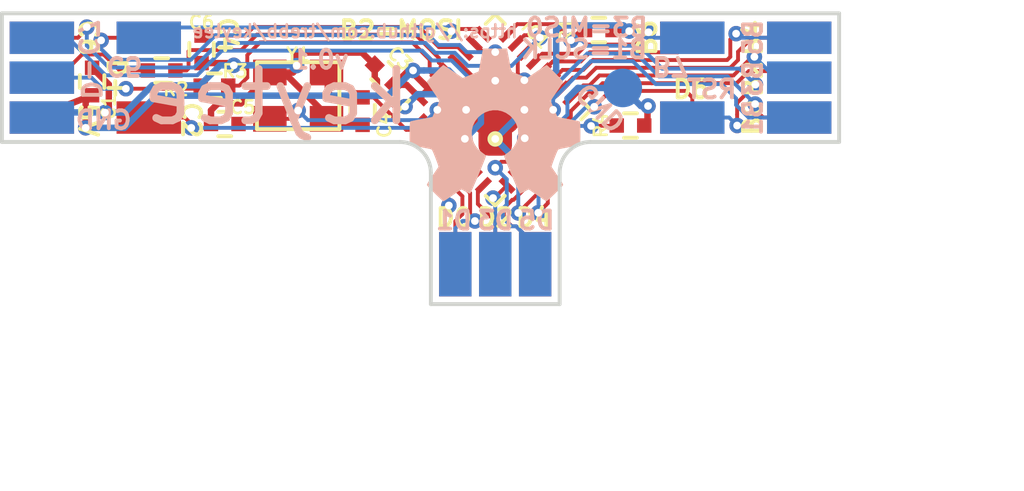
<source format=kicad_pcb>
(kicad_pcb (version 20171130) (host pcbnew "(5.1.12)-1")

  (general
    (thickness 1.6)
    (drawings 47)
    (tracks 452)
    (zones 0)
    (modules 38)
    (nets 32)
  )

  (page A4)
  (title_block
    (title keytee)
    (date 2016-12-09)
    (rev 0.1)
  )

  (layers
    (0 F.Cu signal)
    (31 B.Cu signal)
    (32 B.Adhes user)
    (33 F.Adhes user)
    (34 B.Paste user)
    (35 F.Paste user)
    (36 B.SilkS user)
    (37 F.SilkS user hide)
    (38 B.Mask user)
    (39 F.Mask user)
    (40 Dwgs.User user)
    (41 Cmts.User user)
    (42 Eco1.User user)
    (43 Eco2.User user)
    (44 Edge.Cuts user)
    (45 Margin user)
    (46 B.CrtYd user)
    (47 F.CrtYd user)
    (48 B.Fab user hide)
    (49 F.Fab user hide)
  )

  (setup
    (last_trace_width 0.15)
    (trace_clearance 0.15)
    (zone_clearance 0.508)
    (zone_45_only yes)
    (trace_min 0.15)
    (via_size 0.6)
    (via_drill 0.3)
    (via_min_size 0.6)
    (via_min_drill 0.3)
    (uvia_size 0.3)
    (uvia_drill 0.1)
    (uvias_allowed no)
    (uvia_min_size 0.2)
    (uvia_min_drill 0.1)
    (edge_width 0.15)
    (segment_width 0.2)
    (pcb_text_width 0.15)
    (pcb_text_size 0.7 0.7)
    (mod_edge_width 0.15)
    (mod_text_size 1 1)
    (mod_text_width 0.15)
    (pad_size 2.49936 2.49936)
    (pad_drill 1.00076)
    (pad_to_mask_clearance 0.2)
    (aux_axis_origin 0 0)
    (visible_elements 7FFFFFFF)
    (pcbplotparams
      (layerselection 0x0f0fc_ffffffff)
      (usegerberextensions true)
      (usegerberattributes true)
      (usegerberadvancedattributes true)
      (creategerberjobfile true)
      (excludeedgelayer false)
      (linewidth 0.100000)
      (plotframeref false)
      (viasonmask false)
      (mode 1)
      (useauxorigin false)
      (hpglpennumber 1)
      (hpglpenspeed 20)
      (hpglpendiameter 15.000000)
      (psnegative false)
      (psa4output false)
      (plotreference true)
      (plotvalue true)
      (plotinvisibletext false)
      (padsonsilk false)
      (subtractmaskfromsilk false)
      (outputformat 1)
      (mirror false)
      (drillshape 0)
      (scaleselection 1)
      (outputdirectory "plot_files"))
  )

  (net 0 "")
  (net 1 VCC)
  (net 2 GND)
  (net 3 "Net-(C4-Pad1)")
  (net 4 "Net-(C5-Pad1)")
  (net 5 "Net-(C6-Pad2)")
  (net 6 "Net-(IC1-Pad13)")
  (net 7 "Net-(IC1-Pad24)")
  (net 8 "Net-(IC1-Pad29)")
  (net 9 "Net-(IC1-Pad30)")
  (net 10 /C2)
  (net 11 /D0)
  (net 12 /D1)
  (net 13 /D2)
  (net 14 /D3)
  (net 15 /D4)
  (net 16 /D5)
  (net 17 /D6)
  (net 18 /B0)
  (net 19 /B1)
  (net 20 /B2)
  (net 21 /B3)
  (net 22 /B4)
  (net 23 /B5)
  (net 24 /B6)
  (net 25 /B7)
  (net 26 /C7)
  (net 27 /C6)
  (net 28 /C5)
  (net 29 /C4)
  (net 30 "Net-(R2-Pad2)")
  (net 31 "Net-(R3-Pad2)")

  (net_class Default "This is the default net class."
    (clearance 0.15)
    (trace_width 0.15)
    (via_dia 0.6)
    (via_drill 0.3)
    (uvia_dia 0.3)
    (uvia_drill 0.1)
    (add_net /B0)
    (add_net /B1)
    (add_net /B2)
    (add_net /B3)
    (add_net /B4)
    (add_net /B5)
    (add_net /B6)
    (add_net /B7)
    (add_net /C2)
    (add_net /C4)
    (add_net /C5)
    (add_net /C6)
    (add_net /C7)
    (add_net /D0)
    (add_net /D1)
    (add_net /D2)
    (add_net /D3)
    (add_net /D4)
    (add_net /D5)
    (add_net /D6)
    (add_net "Net-(C4-Pad1)")
    (add_net "Net-(C5-Pad1)")
    (add_net "Net-(C6-Pad2)")
    (add_net "Net-(IC1-Pad13)")
    (add_net "Net-(IC1-Pad24)")
    (add_net "Net-(IC1-Pad29)")
    (add_net "Net-(IC1-Pad30)")
    (add_net "Net-(R2-Pad2)")
    (add_net "Net-(R3-Pad2)")
  )

  (net_class Power ""
    (clearance 0.15)
    (trace_width 0.25)
    (via_dia 0.6)
    (via_drill 0.3)
    (uvia_dia 0.3)
    (uvia_drill 0.1)
    (add_net GND)
    (add_net VCC)
  )

  (module nan-15:C_0402_square (layer F.Cu) (tedit 584C7C39) (tstamp 5842AB15)
    (at 138.6 87.65 90)
    (descr "Capacitor SMD 0402, reflow soldering, AVX (see smccp.pdf)")
    (tags "capacitor 0402")
    (path /582769C1)
    (attr smd)
    (fp_text reference C6 (at 1.05 0 180) (layer F.SilkS)
      (effects (font (size 0.5 0.5) (thickness 0.1)))
    )
    (fp_text value 1u (at 0 1.7 90) (layer F.Fab) hide
      (effects (font (size 1 1) (thickness 0.15)))
    )
    (fp_line (start -0.25 0.475) (end 0.25 0.475) (layer F.SilkS) (width 0.15))
    (fp_line (start 0.25 -0.475) (end -0.25 -0.475) (layer F.SilkS) (width 0.15))
    (fp_line (start 0.95 -0.6) (end 0.95 0.6) (layer F.CrtYd) (width 0.05))
    (fp_line (start -0.95 -0.6) (end -0.95 0.6) (layer F.CrtYd) (width 0.05))
    (fp_line (start -0.95 0.6) (end 0.95 0.6) (layer F.CrtYd) (width 0.05))
    (fp_line (start -0.95 -0.6) (end 0.95 -0.6) (layer F.CrtYd) (width 0.05))
    (pad 1 smd rect (at -0.534 0 90) (size 0.56 0.56) (layers F.Cu F.Paste F.Mask)
      (net 2 GND))
    (pad 2 smd rect (at 0.534 0 90) (size 0.56 0.56) (layers F.Cu F.Paste F.Mask)
      (net 5 "Net-(C6-Pad2)"))
    (model Capacitors_SMD.3dshapes/C_0402.wrl
      (at (xyz 0 0 0))
      (scale (xyz 1 1 1))
      (rotate (xyz 0 0 0))
    )
  )

  (module nan-15:crystal_MT_32x25 (layer F.Cu) (tedit 58453D40) (tstamp 583F0FCA)
    (at 142.35 89.45 180)
    (descr "crystal Epson Toyocom FA-238 and TSX-3225 series")
    (path /58276AB3)
    (fp_text reference Y1 (at 0 1.6 180) (layer F.SilkS)
      (effects (font (size 0.5 0.5) (thickness 0.1)))
    )
    (fp_text value "MT 16MHz" (at 0.2 2.3 180) (layer F.Fab)
      (effects (font (size 1 1) (thickness 0.15)))
    )
    (fp_line (start -1.6 1.3) (end -1.6 -1.3) (layer F.SilkS) (width 0.15))
    (fp_line (start 1.6 1.3) (end -1.6 1.3) (layer F.SilkS) (width 0.15))
    (fp_line (start 1.6 -1.3) (end 1.6 1.3) (layer F.SilkS) (width 0.15))
    (fp_line (start -1.6 -1.3) (end 1.6 -1.3) (layer F.SilkS) (width 0.15))
    (pad 1 smd rect (at -1.1 0.9 180) (size 1.3 1) (layers F.Cu F.Paste F.Mask)
      (net 3 "Net-(C4-Pad1)"))
    (pad 3 smd rect (at 1.1 0.9 180) (size 1.3 1) (layers F.Cu F.Paste F.Mask)
      (net 2 GND))
    (pad 3 smd rect (at -1.1 -0.9 180) (size 1.3 1) (layers F.Cu F.Paste F.Mask)
      (net 2 GND))
    (pad 2 smd rect (at 1.1 -0.9 180) (size 1.3 1) (layers F.Cu F.Paste F.Mask)
      (net 4 "Net-(C5-Pad1)"))
    (model Crystals.3dshapes/crystal_FA238-TSX3225.wrl
      (at (xyz 0 0 0))
      (scale (xyz 0.24 0.24 0.24))
      (rotate (xyz 0 0 0))
    )
  )

  (module nan-15:R_0402_square (layer F.Cu) (tedit 58453D5C) (tstamp 5842AA4F)
    (at 154.02 86.9 180)
    (descr "Resistor SMD 0402, reflow soldering, Vishay (see dcrcw.pdf)")
    (tags "resistor 0402")
    (path /5827761F)
    (attr smd)
    (fp_text reference R1 (at 1.25 0 270) (layer F.SilkS)
      (effects (font (size 0.5 0.5) (thickness 0.1)))
    )
    (fp_text value 10k (at 0 1.8 180) (layer F.Fab) hide
      (effects (font (size 1 1) (thickness 0.15)))
    )
    (fp_line (start -0.25 0.475) (end 0.25 0.475) (layer F.SilkS) (width 0.15))
    (fp_line (start 0.25 -0.475) (end -0.25 -0.475) (layer F.SilkS) (width 0.15))
    (fp_line (start 0.95 -0.6) (end 0.95 0.6) (layer F.CrtYd) (width 0.05))
    (fp_line (start -0.95 -0.6) (end -0.95 0.6) (layer F.CrtYd) (width 0.05))
    (fp_line (start -0.95 0.6) (end 0.95 0.6) (layer F.CrtYd) (width 0.05))
    (fp_line (start -0.95 -0.6) (end 0.95 -0.6) (layer F.CrtYd) (width 0.05))
    (pad 1 smd rect (at -0.534 0 180) (size 0.56 0.56) (layers F.Cu F.Paste F.Mask)
      (net 1 VCC))
    (pad 2 smd rect (at 0.534 0 180) (size 0.56 0.56) (layers F.Cu F.Paste F.Mask)
      (net 7 "Net-(IC1-Pad24)"))
    (model Resistors_SMD.3dshapes/R_0402.wrl
      (at (xyz 0 0 0))
      (scale (xyz 1 1 1))
      (rotate (xyz 0 0 0))
    )
  )

  (module nan-15:R_0402_square (layer F.Cu) (tedit 584C7DC6) (tstamp 5842AA70)
    (at 137.05 88.47 180)
    (descr "Resistor SMD 0402, reflow soldering, Vishay (see dcrcw.pdf)")
    (tags "resistor 0402")
    (path /582772C4)
    (attr smd)
    (fp_text reference R2 (at -0.55 -0.73 180) (layer F.SilkS)
      (effects (font (size 0.5 0.5) (thickness 0.1)))
    )
    (fp_text value 22 (at 0 1.8 180) (layer F.Fab) hide
      (effects (font (size 1 1) (thickness 0.15)))
    )
    (fp_line (start -0.25 0.475) (end 0.25 0.475) (layer F.SilkS) (width 0.15))
    (fp_line (start 0.25 -0.475) (end -0.25 -0.475) (layer F.SilkS) (width 0.15))
    (fp_line (start 0.95 -0.6) (end 0.95 0.6) (layer F.CrtYd) (width 0.05))
    (fp_line (start -0.95 -0.6) (end -0.95 0.6) (layer F.CrtYd) (width 0.05))
    (fp_line (start -0.95 0.6) (end 0.95 0.6) (layer F.CrtYd) (width 0.05))
    (fp_line (start -0.95 -0.6) (end 0.95 -0.6) (layer F.CrtYd) (width 0.05))
    (pad 1 smd rect (at -0.534 0 180) (size 0.56 0.56) (layers F.Cu F.Paste F.Mask)
      (net 8 "Net-(IC1-Pad29)"))
    (pad 2 smd rect (at 0.534 0 180) (size 0.56 0.56) (layers F.Cu F.Paste F.Mask)
      (net 30 "Net-(R2-Pad2)"))
    (model Resistors_SMD.3dshapes/R_0402.wrl
      (at (xyz 0 0 0))
      (scale (xyz 1 1 1))
      (rotate (xyz 0 0 0))
    )
  )

  (module nan-15:R_0402_square (layer F.Cu) (tedit 584C7C24) (tstamp 5842AA91)
    (at 139.1 89.06 180)
    (descr "Resistor SMD 0402, reflow soldering, Vishay (see dcrcw.pdf)")
    (tags "resistor 0402")
    (path /582771BB)
    (attr smd)
    (fp_text reference R3 (at -0.8 0.56 180) (layer F.SilkS)
      (effects (font (size 0.5 0.5) (thickness 0.1)))
    )
    (fp_text value 22 (at 0 1.8 180) (layer F.Fab) hide
      (effects (font (size 1 1) (thickness 0.15)))
    )
    (fp_line (start -0.25 0.475) (end 0.25 0.475) (layer F.SilkS) (width 0.15))
    (fp_line (start 0.25 -0.475) (end -0.25 -0.475) (layer F.SilkS) (width 0.15))
    (fp_line (start 0.95 -0.6) (end 0.95 0.6) (layer F.CrtYd) (width 0.05))
    (fp_line (start -0.95 -0.6) (end -0.95 0.6) (layer F.CrtYd) (width 0.05))
    (fp_line (start -0.95 0.6) (end 0.95 0.6) (layer F.CrtYd) (width 0.05))
    (fp_line (start -0.95 -0.6) (end 0.95 -0.6) (layer F.CrtYd) (width 0.05))
    (pad 1 smd rect (at -0.534 0 180) (size 0.56 0.56) (layers F.Cu F.Paste F.Mask)
      (net 9 "Net-(IC1-Pad30)"))
    (pad 2 smd rect (at 0.534 0 180) (size 0.56 0.56) (layers F.Cu F.Paste F.Mask)
      (net 31 "Net-(R3-Pad2)"))
    (model Resistors_SMD.3dshapes/R_0402.wrl
      (at (xyz 0 0 0))
      (scale (xyz 1 1 1))
      (rotate (xyz 0 0 0))
    )
  )

  (module nan-15:R_0402_square (layer F.Cu) (tedit 584C7D78) (tstamp 5842AAB2)
    (at 155.25 90.61 180)
    (descr "Resistor SMD 0402, reflow soldering, Vishay (see dcrcw.pdf)")
    (tags "resistor 0402")
    (path /582777CF)
    (attr smd)
    (fp_text reference R4 (at 1.15 0.01 270) (layer F.SilkS)
      (effects (font (size 0.5 0.5) (thickness 0.1)))
    )
    (fp_text value 10k (at 0 1.8 180) (layer F.Fab) hide
      (effects (font (size 1 1) (thickness 0.15)))
    )
    (fp_line (start -0.25 0.475) (end 0.25 0.475) (layer F.SilkS) (width 0.15))
    (fp_line (start 0.25 -0.475) (end -0.25 -0.475) (layer F.SilkS) (width 0.15))
    (fp_line (start 0.95 -0.6) (end 0.95 0.6) (layer F.CrtYd) (width 0.05))
    (fp_line (start -0.95 -0.6) (end -0.95 0.6) (layer F.CrtYd) (width 0.05))
    (fp_line (start -0.95 0.6) (end 0.95 0.6) (layer F.CrtYd) (width 0.05))
    (fp_line (start -0.95 -0.6) (end 0.95 -0.6) (layer F.CrtYd) (width 0.05))
    (pad 1 smd rect (at -0.534 0 180) (size 0.56 0.56) (layers F.Cu F.Paste F.Mask)
      (net 2 GND))
    (pad 2 smd rect (at 0.534 0 180) (size 0.56 0.56) (layers F.Cu F.Paste F.Mask)
      (net 6 "Net-(IC1-Pad13)"))
    (model Resistors_SMD.3dshapes/R_0402.wrl
      (at (xyz 0 0 0))
      (scale (xyz 1 1 1))
      (rotate (xyz 0 0 0))
    )
  )

  (module nan-15:C_0402_square (layer F.Cu) (tedit 584C7C83) (tstamp 5842AAD3)
    (at 145.7 88.65 135)
    (descr "Capacitor SMD 0402, reflow soldering, AVX (see smccp.pdf)")
    (tags "capacitor 0402")
    (path /58277794)
    (attr smd)
    (fp_text reference C3 (at 0.035355 0.883883 135) (layer F.SilkS)
      (effects (font (size 0.5 0.5) (thickness 0.1)))
    )
    (fp_text value 100n (at 0 1.7 135) (layer F.Fab) hide
      (effects (font (size 1 1) (thickness 0.15)))
    )
    (fp_line (start -0.25 0.475) (end 0.25 0.475) (layer F.SilkS) (width 0.15))
    (fp_line (start 0.25 -0.475) (end -0.25 -0.475) (layer F.SilkS) (width 0.15))
    (fp_line (start 0.95 -0.6) (end 0.95 0.6) (layer F.CrtYd) (width 0.05))
    (fp_line (start -0.95 -0.6) (end -0.95 0.6) (layer F.CrtYd) (width 0.05))
    (fp_line (start -0.95 0.6) (end 0.95 0.6) (layer F.CrtYd) (width 0.05))
    (fp_line (start -0.95 -0.6) (end 0.95 -0.6) (layer F.CrtYd) (width 0.05))
    (pad 1 smd rect (at -0.534 0 135) (size 0.56 0.56) (layers F.Cu F.Paste F.Mask)
      (net 1 VCC))
    (pad 2 smd rect (at 0.534 0 135) (size 0.56 0.56) (layers F.Cu F.Paste F.Mask)
      (net 2 GND))
    (model Capacitors_SMD.3dshapes/C_0402.wrl
      (at (xyz 0 0 0))
      (scale (xyz 1 1 1))
      (rotate (xyz 0 0 0))
    )
  )

  (module nan-15:C_0402_square (layer F.Cu) (tedit 584C7C6E) (tstamp 5842AB36)
    (at 139.5 90.55 180)
    (descr "Capacitor SMD 0402, reflow soldering, AVX (see smccp.pdf)")
    (tags "capacitor 0402")
    (path /58276A04)
    (attr smd)
    (fp_text reference C5 (at -0.7 0.65 180) (layer F.SilkS)
      (effects (font (size 0.5 0.5) (thickness 0.1)))
    )
    (fp_text value 18p (at 0 1.7 180) (layer F.Fab) hide
      (effects (font (size 1 1) (thickness 0.15)))
    )
    (fp_line (start -0.25 0.475) (end 0.25 0.475) (layer F.SilkS) (width 0.15))
    (fp_line (start 0.25 -0.475) (end -0.25 -0.475) (layer F.SilkS) (width 0.15))
    (fp_line (start 0.95 -0.6) (end 0.95 0.6) (layer F.CrtYd) (width 0.05))
    (fp_line (start -0.95 -0.6) (end -0.95 0.6) (layer F.CrtYd) (width 0.05))
    (fp_line (start -0.95 0.6) (end 0.95 0.6) (layer F.CrtYd) (width 0.05))
    (fp_line (start -0.95 -0.6) (end 0.95 -0.6) (layer F.CrtYd) (width 0.05))
    (pad 1 smd rect (at -0.534 0 180) (size 0.56 0.56) (layers F.Cu F.Paste F.Mask)
      (net 4 "Net-(C5-Pad1)"))
    (pad 2 smd rect (at 0.534 0 180) (size 0.56 0.56) (layers F.Cu F.Paste F.Mask)
      (net 2 GND))
    (model Capacitors_SMD.3dshapes/C_0402.wrl
      (at (xyz 0 0 0))
      (scale (xyz 1 1 1))
      (rotate (xyz 0 0 0))
    )
  )

  (module nan-15:C_0402_square (layer F.Cu) (tedit 5844BC0C) (tstamp 5842AB57)
    (at 144.85 90.05 270)
    (descr "Capacitor SMD 0402, reflow soldering, AVX (see smccp.pdf)")
    (tags "capacitor 0402")
    (path /58276A6A)
    (attr smd)
    (fp_text reference C4 (at 0.55 -0.85 270) (layer F.SilkS)
      (effects (font (size 0.5 0.5) (thickness 0.1)))
    )
    (fp_text value 18p (at 0 1.7 270) (layer F.Fab) hide
      (effects (font (size 1 1) (thickness 0.15)))
    )
    (fp_line (start -0.25 0.475) (end 0.25 0.475) (layer F.SilkS) (width 0.15))
    (fp_line (start 0.25 -0.475) (end -0.25 -0.475) (layer F.SilkS) (width 0.15))
    (fp_line (start 0.95 -0.6) (end 0.95 0.6) (layer F.CrtYd) (width 0.05))
    (fp_line (start -0.95 -0.6) (end -0.95 0.6) (layer F.CrtYd) (width 0.05))
    (fp_line (start -0.95 0.6) (end 0.95 0.6) (layer F.CrtYd) (width 0.05))
    (fp_line (start -0.95 -0.6) (end 0.95 -0.6) (layer F.CrtYd) (width 0.05))
    (pad 1 smd rect (at -0.534 0 270) (size 0.56 0.56) (layers F.Cu F.Paste F.Mask)
      (net 3 "Net-(C4-Pad1)"))
    (pad 2 smd rect (at 0.534 0 270) (size 0.56 0.56) (layers F.Cu F.Paste F.Mask)
      (net 2 GND))
    (model Capacitors_SMD.3dshapes/C_0402.wrl
      (at (xyz 0 0 0))
      (scale (xyz 1 1 1))
      (rotate (xyz 0 0 0))
    )
  )

  (module nan-15:C_0402_square (layer F.Cu) (tedit 584C7B60) (tstamp 5842AB78)
    (at 134.35 88.9 90)
    (descr "Capacitor SMD 0402, reflow soldering, AVX (see smccp.pdf)")
    (tags "capacitor 0402")
    (path /58276973)
    (attr smd)
    (fp_text reference C1 (at -1 0.65 270) (layer F.SilkS)
      (effects (font (size 0.5 0.5) (thickness 0.1)))
    )
    (fp_text value 1u (at 0 1.7 90) (layer F.Fab) hide
      (effects (font (size 1 1) (thickness 0.15)))
    )
    (fp_line (start -0.25 0.475) (end 0.25 0.475) (layer F.SilkS) (width 0.15))
    (fp_line (start 0.25 -0.475) (end -0.25 -0.475) (layer F.SilkS) (width 0.15))
    (fp_line (start 0.95 -0.6) (end 0.95 0.6) (layer F.CrtYd) (width 0.05))
    (fp_line (start -0.95 -0.6) (end -0.95 0.6) (layer F.CrtYd) (width 0.05))
    (fp_line (start -0.95 0.6) (end 0.95 0.6) (layer F.CrtYd) (width 0.05))
    (fp_line (start -0.95 -0.6) (end 0.95 -0.6) (layer F.CrtYd) (width 0.05))
    (pad 1 smd rect (at -0.534 0 90) (size 0.56 0.56) (layers F.Cu F.Paste F.Mask)
      (net 1 VCC))
    (pad 2 smd rect (at 0.534 0 90) (size 0.56 0.56) (layers F.Cu F.Paste F.Mask)
      (net 2 GND))
    (model Capacitors_SMD.3dshapes/C_0402.wrl
      (at (xyz 0 0 0))
      (scale (xyz 1 1 1))
      (rotate (xyz 0 0 0))
    )
  )

  (module nan-15:SolderWirePad_SMD_circular (layer B.Cu) (tedit 5844B9C7) (tstamp 5844AF2D)
    (at 154.95 89.15)
    (descr "Wire Pad, Square, SMD Pad,  5mm x 10mm,")
    (tags "MesurementPoint Square SMDPad 5mmx10mm ")
    (path /5844AB00)
    (attr smd)
    (fp_text reference W31 (at 0 2.2) (layer B.SilkS) hide
      (effects (font (size 1 1) (thickness 0.15)) (justify mirror))
    )
    (fp_text value TEST_1P (at 0 -2.45) (layer B.Fab) hide
      (effects (font (size 1 1) (thickness 0.15)) (justify mirror))
    )
    (pad 1 smd circle (at 0 0) (size 1.5 1.5) (layers B.Cu B.Paste B.Mask)
      (net 2 GND))
  )

  (module Symbols:OSHW-Symbol_6.7x6mm_SilkScreen locked (layer B.Cu) (tedit 0) (tstamp 5844C696)
    (at 150 90.6 180)
    (descr "Open Source Hardware Symbol")
    (tags "Logo Symbol OSHW")
    (attr virtual)
    (fp_text reference REF*** (at 0 0 180) (layer B.SilkS) hide
      (effects (font (size 1 1) (thickness 0.15)) (justify mirror))
    )
    (fp_text value OSHW-Symbol_6.7x6mm_SilkScreen (at 0.75 0 180) (layer B.Fab) hide
      (effects (font (size 1 1) (thickness 0.15)) (justify mirror))
    )
    (fp_poly (pts (xy 0.555814 2.531069) (xy 0.639635 2.086445) (xy 0.94892 1.958947) (xy 1.258206 1.831449)
      (xy 1.629246 2.083754) (xy 1.733157 2.154004) (xy 1.827087 2.216728) (xy 1.906652 2.269062)
      (xy 1.96747 2.308143) (xy 2.005157 2.331107) (xy 2.015421 2.336058) (xy 2.03391 2.323324)
      (xy 2.07342 2.288118) (xy 2.129522 2.234938) (xy 2.197787 2.168282) (xy 2.273786 2.092646)
      (xy 2.353092 2.012528) (xy 2.431275 1.932426) (xy 2.503907 1.856836) (xy 2.566559 1.790255)
      (xy 2.614803 1.737182) (xy 2.64421 1.702113) (xy 2.651241 1.690377) (xy 2.641123 1.66874)
      (xy 2.612759 1.621338) (xy 2.569129 1.552807) (xy 2.513218 1.467785) (xy 2.448006 1.370907)
      (xy 2.410219 1.31565) (xy 2.341343 1.214752) (xy 2.28014 1.123701) (xy 2.229578 1.04703)
      (xy 2.192628 0.989272) (xy 2.172258 0.954957) (xy 2.169197 0.947746) (xy 2.176136 0.927252)
      (xy 2.195051 0.879487) (xy 2.223087 0.811168) (xy 2.257391 0.729011) (xy 2.295109 0.63973)
      (xy 2.333387 0.550042) (xy 2.36937 0.466662) (xy 2.400206 0.396306) (xy 2.423039 0.34569)
      (xy 2.435017 0.321529) (xy 2.435724 0.320578) (xy 2.454531 0.315964) (xy 2.504618 0.305672)
      (xy 2.580793 0.290713) (xy 2.677865 0.272099) (xy 2.790643 0.250841) (xy 2.856442 0.238582)
      (xy 2.97695 0.215638) (xy 3.085797 0.193805) (xy 3.177476 0.174278) (xy 3.246481 0.158252)
      (xy 3.287304 0.146921) (xy 3.295511 0.143326) (xy 3.303548 0.118994) (xy 3.310033 0.064041)
      (xy 3.31497 -0.015108) (xy 3.318364 -0.112026) (xy 3.320218 -0.220287) (xy 3.320538 -0.333465)
      (xy 3.319327 -0.445135) (xy 3.31659 -0.548868) (xy 3.312331 -0.638241) (xy 3.306555 -0.706826)
      (xy 3.299267 -0.748197) (xy 3.294895 -0.75681) (xy 3.268764 -0.767133) (xy 3.213393 -0.781892)
      (xy 3.136107 -0.799352) (xy 3.04423 -0.81778) (xy 3.012158 -0.823741) (xy 2.857524 -0.852066)
      (xy 2.735375 -0.874876) (xy 2.641673 -0.89308) (xy 2.572384 -0.907583) (xy 2.523471 -0.919292)
      (xy 2.490897 -0.929115) (xy 2.470628 -0.937956) (xy 2.458626 -0.946724) (xy 2.456947 -0.948457)
      (xy 2.440184 -0.976371) (xy 2.414614 -1.030695) (xy 2.382788 -1.104777) (xy 2.34726 -1.191965)
      (xy 2.310583 -1.285608) (xy 2.275311 -1.379052) (xy 2.243996 -1.465647) (xy 2.219193 -1.53874)
      (xy 2.203454 -1.591678) (xy 2.199332 -1.617811) (xy 2.199676 -1.618726) (xy 2.213641 -1.640086)
      (xy 2.245322 -1.687084) (xy 2.291391 -1.754827) (xy 2.348518 -1.838423) (xy 2.413373 -1.932982)
      (xy 2.431843 -1.959854) (xy 2.497699 -2.057275) (xy 2.55565 -2.146163) (xy 2.602538 -2.221412)
      (xy 2.635207 -2.27792) (xy 2.6505 -2.310581) (xy 2.651241 -2.314593) (xy 2.638392 -2.335684)
      (xy 2.602888 -2.377464) (xy 2.549293 -2.435445) (xy 2.482171 -2.505135) (xy 2.406087 -2.582045)
      (xy 2.325604 -2.661683) (xy 2.245287 -2.739561) (xy 2.169699 -2.811186) (xy 2.103405 -2.87207)
      (xy 2.050969 -2.917721) (xy 2.016955 -2.94365) (xy 2.007545 -2.947883) (xy 1.985643 -2.937912)
      (xy 1.9408 -2.91102) (xy 1.880321 -2.871736) (xy 1.833789 -2.840117) (xy 1.749475 -2.782098)
      (xy 1.649626 -2.713784) (xy 1.549473 -2.645579) (xy 1.495627 -2.609075) (xy 1.313371 -2.4858)
      (xy 1.160381 -2.56852) (xy 1.090682 -2.604759) (xy 1.031414 -2.632926) (xy 0.991311 -2.648991)
      (xy 0.981103 -2.651226) (xy 0.968829 -2.634722) (xy 0.944613 -2.588082) (xy 0.910263 -2.515609)
      (xy 0.867588 -2.421606) (xy 0.818394 -2.310374) (xy 0.76449 -2.186215) (xy 0.707684 -2.053432)
      (xy 0.649782 -1.916327) (xy 0.592593 -1.779202) (xy 0.537924 -1.646358) (xy 0.487584 -1.522098)
      (xy 0.44338 -1.410725) (xy 0.407119 -1.316539) (xy 0.380609 -1.243844) (xy 0.365658 -1.196941)
      (xy 0.363254 -1.180833) (xy 0.382311 -1.160286) (xy 0.424036 -1.126933) (xy 0.479706 -1.087702)
      (xy 0.484378 -1.084599) (xy 0.628264 -0.969423) (xy 0.744283 -0.835053) (xy 0.83143 -0.685784)
      (xy 0.888699 -0.525913) (xy 0.915086 -0.359737) (xy 0.909585 -0.191552) (xy 0.87119 -0.025655)
      (xy 0.798895 0.133658) (xy 0.777626 0.168513) (xy 0.666996 0.309263) (xy 0.536302 0.422286)
      (xy 0.390064 0.506997) (xy 0.232808 0.562806) (xy 0.069057 0.589126) (xy -0.096667 0.58537)
      (xy -0.259838 0.55095) (xy -0.415935 0.485277) (xy -0.560433 0.387765) (xy -0.605131 0.348187)
      (xy -0.718888 0.224297) (xy -0.801782 0.093876) (xy -0.858644 -0.052315) (xy -0.890313 -0.197088)
      (xy -0.898131 -0.35986) (xy -0.872062 -0.52344) (xy -0.814755 -0.682298) (xy -0.728856 -0.830906)
      (xy -0.617014 -0.963735) (xy -0.481877 -1.075256) (xy -0.464117 -1.087011) (xy -0.40785 -1.125508)
      (xy -0.365077 -1.158863) (xy -0.344628 -1.18016) (xy -0.344331 -1.180833) (xy -0.348721 -1.203871)
      (xy -0.366124 -1.256157) (xy -0.394732 -1.33339) (xy -0.432735 -1.431268) (xy -0.478326 -1.545491)
      (xy -0.529697 -1.671758) (xy -0.585038 -1.805767) (xy -0.642542 -1.943218) (xy -0.700399 -2.079808)
      (xy -0.756802 -2.211237) (xy -0.809942 -2.333205) (xy -0.85801 -2.441409) (xy -0.899199 -2.531549)
      (xy -0.931699 -2.599323) (xy -0.953703 -2.64043) (xy -0.962564 -2.651226) (xy -0.98964 -2.642819)
      (xy -1.040303 -2.620272) (xy -1.105817 -2.587613) (xy -1.141841 -2.56852) (xy -1.294832 -2.4858)
      (xy -1.477088 -2.609075) (xy -1.570125 -2.672228) (xy -1.671985 -2.741727) (xy -1.767438 -2.807165)
      (xy -1.81525 -2.840117) (xy -1.882495 -2.885273) (xy -1.939436 -2.921057) (xy -1.978646 -2.942938)
      (xy -1.991381 -2.947563) (xy -2.009917 -2.935085) (xy -2.050941 -2.900252) (xy -2.110475 -2.846678)
      (xy -2.184542 -2.777983) (xy -2.269165 -2.697781) (xy -2.322685 -2.646286) (xy -2.416319 -2.554286)
      (xy -2.497241 -2.471999) (xy -2.562177 -2.402945) (xy -2.607858 -2.350644) (xy -2.631011 -2.318616)
      (xy -2.633232 -2.312116) (xy -2.622924 -2.287394) (xy -2.594439 -2.237405) (xy -2.550937 -2.167212)
      (xy -2.495577 -2.081875) (xy -2.43152 -1.986456) (xy -2.413303 -1.959854) (xy -2.346927 -1.863167)
      (xy -2.287378 -1.776117) (xy -2.237984 -1.703595) (xy -2.202075 -1.650493) (xy -2.182981 -1.621703)
      (xy -2.181136 -1.618726) (xy -2.183895 -1.595782) (xy -2.198538 -1.545336) (xy -2.222513 -1.474041)
      (xy -2.253266 -1.388547) (xy -2.288244 -1.295507) (xy -2.324893 -1.201574) (xy -2.360661 -1.113399)
      (xy -2.392994 -1.037634) (xy -2.419338 -0.980931) (xy -2.437142 -0.949943) (xy -2.438407 -0.948457)
      (xy -2.449294 -0.939601) (xy -2.467682 -0.930843) (xy -2.497606 -0.921277) (xy -2.543103 -0.909996)
      (xy -2.608209 -0.896093) (xy -2.696961 -0.878663) (xy -2.813393 -0.856798) (xy -2.961542 -0.829591)
      (xy -2.993618 -0.823741) (xy -3.088686 -0.805374) (xy -3.171565 -0.787405) (xy -3.23493 -0.771569)
      (xy -3.271458 -0.7596) (xy -3.276356 -0.75681) (xy -3.284427 -0.732072) (xy -3.290987 -0.67679)
      (xy -3.296033 -0.597389) (xy -3.299559 -0.500296) (xy -3.301561 -0.391938) (xy -3.302036 -0.27874)
      (xy -3.300977 -0.167128) (xy -3.298382 -0.063529) (xy -3.294246 0.025632) (xy -3.288563 0.093928)
      (xy -3.281331 0.134934) (xy -3.276971 0.143326) (xy -3.252698 0.151792) (xy -3.197426 0.165565)
      (xy -3.116662 0.18345) (xy -3.015912 0.204252) (xy -2.900683 0.226777) (xy -2.837902 0.238582)
      (xy -2.718787 0.260849) (xy -2.612565 0.281021) (xy -2.524427 0.298085) (xy -2.459566 0.311031)
      (xy -2.423174 0.318845) (xy -2.417184 0.320578) (xy -2.407061 0.34011) (xy -2.385662 0.387157)
      (xy -2.355839 0.454997) (xy -2.320445 0.536909) (xy -2.282332 0.626172) (xy -2.244353 0.716065)
      (xy -2.20936 0.799865) (xy -2.180206 0.870853) (xy -2.159743 0.922306) (xy -2.150823 0.947503)
      (xy -2.150657 0.948604) (xy -2.160769 0.968481) (xy -2.189117 1.014223) (xy -2.232723 1.081283)
      (xy -2.288606 1.165116) (xy -2.353787 1.261174) (xy -2.391679 1.31635) (xy -2.460725 1.417519)
      (xy -2.52205 1.50937) (xy -2.572663 1.587256) (xy -2.609571 1.646531) (xy -2.629782 1.682549)
      (xy -2.632701 1.690623) (xy -2.620153 1.709416) (xy -2.585463 1.749543) (xy -2.533063 1.806507)
      (xy -2.467384 1.875815) (xy -2.392856 1.952969) (xy -2.313913 2.033475) (xy -2.234983 2.112837)
      (xy -2.1605 2.18656) (xy -2.094894 2.250148) (xy -2.042596 2.299106) (xy -2.008039 2.328939)
      (xy -1.996478 2.336058) (xy -1.977654 2.326047) (xy -1.932631 2.297922) (xy -1.865787 2.254546)
      (xy -1.781499 2.198782) (xy -1.684144 2.133494) (xy -1.610707 2.083754) (xy -1.239667 1.831449)
      (xy -0.621095 2.086445) (xy -0.537275 2.531069) (xy -0.453454 2.975693) (xy 0.471994 2.975693)
      (xy 0.555814 2.531069)) (layer B.SilkS) (width 0.01))
  )

  (module nan-15:QFN-32-1EP_5x5mm_Pitch0.5mm_internal_vias (layer F.Cu) (tedit 584BF969) (tstamp 58433F5E)
    (at 150 90 45)
    (descr "UH Package; 32-Lead Plastic QFN (5mm x 5mm); (see Linear Technology QFN_32_05-08-1693.pdf)")
    (tags "QFN 0.5")
    (path /582763D2)
    (attr smd)
    (fp_text reference IC1 (at 3.193294 -0.966615 135) (layer F.SilkS)
      (effects (font (size 0.5 0.5) (thickness 0.1)))
    )
    (fp_text value ATMEGA32U2 (at 0 3.75 45) (layer F.Fab)
      (effects (font (size 1 1) (thickness 0.15)))
    )
    (fp_line (start 2.625 -2.625) (end 2.1 -2.625) (layer F.SilkS) (width 0.15))
    (fp_line (start 2.625 2.625) (end 2.1 2.625) (layer F.SilkS) (width 0.15))
    (fp_line (start -2.625 2.625) (end -2.1 2.625) (layer F.SilkS) (width 0.15))
    (fp_line (start -2.625 -2.625) (end -2.1 -2.625) (layer F.SilkS) (width 0.15))
    (fp_line (start 2.625 2.625) (end 2.625 2.1) (layer F.SilkS) (width 0.15))
    (fp_line (start -2.625 2.625) (end -2.625 2.1) (layer F.SilkS) (width 0.15))
    (fp_line (start 2.625 -2.625) (end 2.625 -2.1) (layer F.SilkS) (width 0.15))
    (fp_line (start -3 3) (end 3 3) (layer F.CrtYd) (width 0.05))
    (fp_line (start -3 -3) (end 3 -3) (layer F.CrtYd) (width 0.05))
    (fp_line (start 3 -3) (end 3 3) (layer F.CrtYd) (width 0.05))
    (fp_line (start -3 -3) (end -3 3) (layer F.CrtYd) (width 0.05))
    (pad 33 thru_hole circle (at -0.8 0.8 225) (size 0.6 0.6) (drill 0.3) (layers *.Cu *.Mask F.SilkS)
      (net 2 GND))
    (pad 33 thru_hole circle (at 0.8 0.8 225) (size 0.6 0.6) (drill 0.3) (layers *.Cu *.Mask F.SilkS)
      (net 2 GND))
    (pad 33 thru_hole circle (at 0.8 -0.8 225) (size 0.6 0.6) (drill 0.3) (layers *.Cu *.Mask F.SilkS)
      (net 2 GND))
    (pad 33 smd roundrect (at 0.8 0.8 90) (size 1.3 1.3) (layers F.Cu F.Paste F.Mask) (roundrect_rratio 0.3)
      (net 2 GND))
    (pad 33 smd roundrect (at -0.8 -0.8 90) (size 1.3 1.3) (layers F.Cu F.Paste F.Mask) (roundrect_rratio 0.3)
      (net 2 GND))
    (pad 33 smd roundrect (at -0.8 0.8 90) (size 1.3 1.3) (layers F.Cu F.Paste F.Mask) (roundrect_rratio 0.3)
      (net 2 GND))
    (pad 1 smd rect (at -2.4 -1.75 45) (size 0.7 0.25) (layers F.Cu F.Paste F.Mask)
      (net 3 "Net-(C4-Pad1)"))
    (pad 2 smd rect (at -2.4 -1.25 45) (size 0.7 0.25) (layers F.Cu F.Paste F.Mask)
      (net 4 "Net-(C5-Pad1)"))
    (pad 3 smd rect (at -2.4 -0.75 45) (size 0.7 0.25) (layers F.Cu F.Paste F.Mask)
      (net 2 GND))
    (pad 4 smd rect (at -2.4 -0.25 45) (size 0.7 0.25) (layers F.Cu F.Paste F.Mask)
      (net 1 VCC))
    (pad 5 smd rect (at -2.4 0.25 45) (size 0.7 0.25) (layers F.Cu F.Paste F.Mask)
      (net 10 /C2))
    (pad 6 smd rect (at -2.4 0.75 45) (size 0.7 0.25) (layers F.Cu F.Paste F.Mask)
      (net 11 /D0))
    (pad 7 smd rect (at -2.4 1.25 45) (size 0.7 0.25) (layers F.Cu F.Paste F.Mask)
      (net 12 /D1))
    (pad 8 smd rect (at -2.4 1.75 45) (size 0.7 0.25) (layers F.Cu F.Paste F.Mask)
      (net 13 /D2))
    (pad 9 smd rect (at -1.75 2.4 135) (size 0.7 0.25) (layers F.Cu F.Paste F.Mask)
      (net 14 /D3))
    (pad 10 smd rect (at -1.25 2.4 135) (size 0.7 0.25) (layers F.Cu F.Paste F.Mask)
      (net 15 /D4))
    (pad 11 smd rect (at -0.75 2.4 135) (size 0.7 0.25) (layers F.Cu F.Paste F.Mask)
      (net 16 /D5))
    (pad 12 smd rect (at -0.25 2.4 135) (size 0.7 0.25) (layers F.Cu F.Paste F.Mask)
      (net 17 /D6))
    (pad 13 smd rect (at 0.25 2.4 135) (size 0.7 0.25) (layers F.Cu F.Paste F.Mask)
      (net 6 "Net-(IC1-Pad13)"))
    (pad 14 smd rect (at 0.75 2.4 135) (size 0.7 0.25) (layers F.Cu F.Paste F.Mask)
      (net 18 /B0))
    (pad 15 smd rect (at 1.25 2.4 135) (size 0.7 0.25) (layers F.Cu F.Paste F.Mask)
      (net 19 /B1))
    (pad 16 smd rect (at 1.75 2.4 135) (size 0.7 0.25) (layers F.Cu F.Paste F.Mask)
      (net 20 /B2))
    (pad 17 smd rect (at 2.4 1.75 45) (size 0.7 0.25) (layers F.Cu F.Paste F.Mask)
      (net 21 /B3))
    (pad 18 smd rect (at 2.4 1.25 45) (size 0.7 0.25) (layers F.Cu F.Paste F.Mask)
      (net 22 /B4))
    (pad 19 smd rect (at 2.4 0.75 45) (size 0.7 0.25) (layers F.Cu F.Paste F.Mask)
      (net 23 /B5))
    (pad 20 smd rect (at 2.4 0.25 45) (size 0.7 0.25) (layers F.Cu F.Paste F.Mask)
      (net 24 /B6))
    (pad 21 smd rect (at 2.4 -0.25 45) (size 0.7 0.25) (layers F.Cu F.Paste F.Mask)
      (net 25 /B7))
    (pad 22 smd rect (at 2.4 -0.75 45) (size 0.7 0.25) (layers F.Cu F.Paste F.Mask)
      (net 26 /C7))
    (pad 23 smd rect (at 2.4 -1.25 45) (size 0.7 0.25) (layers F.Cu F.Paste F.Mask)
      (net 27 /C6))
    (pad 24 smd rect (at 2.4 -1.75 45) (size 0.7 0.25) (layers F.Cu F.Paste F.Mask)
      (net 7 "Net-(IC1-Pad24)"))
    (pad 25 smd rect (at 1.75 -2.4 135) (size 0.7 0.25) (layers F.Cu F.Paste F.Mask)
      (net 28 /C5))
    (pad 26 smd rect (at 1.25 -2.4 135) (size 0.7 0.25) (layers F.Cu F.Paste F.Mask)
      (net 29 /C4))
    (pad 27 smd rect (at 0.75 -2.4 135) (size 0.7 0.25) (layers F.Cu F.Paste F.Mask)
      (net 5 "Net-(C6-Pad2)"))
    (pad 28 smd rect (at 0.25 -2.4 135) (size 0.7 0.25) (layers F.Cu F.Paste F.Mask)
      (net 2 GND))
    (pad 29 smd rect (at -0.25 -2.4 135) (size 0.7 0.25) (layers F.Cu F.Paste F.Mask)
      (net 8 "Net-(IC1-Pad29)"))
    (pad 30 smd rect (at -0.75 -2.4 135) (size 0.7 0.25) (layers F.Cu F.Paste F.Mask)
      (net 9 "Net-(IC1-Pad30)"))
    (pad 31 smd rect (at -1.25 -2.4 135) (size 0.7 0.25) (layers F.Cu F.Paste F.Mask)
      (net 1 VCC))
    (pad 32 smd rect (at -1.75 -2.4 135) (size 0.7 0.25) (layers F.Cu F.Paste F.Mask)
      (net 1 VCC))
    (pad 33 smd roundrect (at 0.8 -0.8 90) (size 1.3 1.3) (layers F.Cu F.Paste F.Mask) (roundrect_rratio 0.3)
      (net 2 GND))
    (pad 33 smd roundrect (at 0 0 91) (size 1.9 1.9) (layers F.Cu F.Paste F.Mask) (roundrect_rratio 0.3)
      (net 2 GND))
    (pad 33 thru_hole circle (at -0.8 -0.8 225) (size 0.6 0.6) (drill 0.3) (layers *.Cu *.Mask F.SilkS)
      (net 2 GND))
    (model Housings_DFN_QFN.3dshapes/QFN-32-1EP_5x5mm_Pitch0.5mm.wrl
      (at (xyz 0 0 0))
      (scale (xyz 1 1 1))
      (rotate (xyz 0 0 0))
    )
  )

  (module nan-15:SolderWirePad_SMD (layer B.Cu) (tedit 584BFA97) (tstamp 5841D9C5)
    (at 132.4 87.2 90)
    (descr "Wire Pad, Square, SMD Pad,  1.26x2.5mm")
    (tags "MesurementPoint Square SMDPad 5mmx10mm ")
    (path /58409AFF)
    (attr smd)
    (fp_text reference W30 (at 0 2.2 90) (layer B.SilkS) hide
      (effects (font (size 1 1) (thickness 0.15)) (justify mirror))
    )
    (fp_text value TEST_1P (at 0 -2.45 90) (layer B.Fab) hide
      (effects (font (size 1 1) (thickness 0.15)) (justify mirror))
    )
    (fp_line (start -0.7 1.35) (end 0.7 1.35) (layer B.CrtYd) (width 0.05))
    (fp_line (start -0.7 -1.35) (end 0.7 -1.35) (layer B.CrtYd) (width 0.05))
    (fp_line (start -0.7 1.35) (end -0.7 -1.35) (layer B.CrtYd) (width 0.05))
    (fp_line (start 0.7 1.35) (end 0.7 -1.35) (layer B.CrtYd) (width 0.05))
    (pad 1 smd rect (at 0 0 90) (size 1.26 2.5) (layers B.Cu B.Paste B.Mask)
      (net 26 /C7))
  )

  (module nan-15:SolderWirePad_SMD (layer B.Cu) (tedit 584BFA97) (tstamp 5841DA61)
    (at 132.4 88.75 270)
    (descr "Wire Pad, Square, SMD Pad,  1.26x2.5mm")
    (tags "MesurementPoint Square SMDPad 5mmx10mm ")
    (path /5840BE0A)
    (attr smd)
    (fp_text reference W5 (at 0 2.2 270) (layer B.SilkS) hide
      (effects (font (size 1 1) (thickness 0.15)) (justify mirror))
    )
    (fp_text value TEST_1P (at 0 -2.45 270) (layer B.Fab) hide
      (effects (font (size 1 1) (thickness 0.15)) (justify mirror))
    )
    (fp_line (start -0.7 1.35) (end 0.7 1.35) (layer B.CrtYd) (width 0.05))
    (fp_line (start -0.7 -1.35) (end 0.7 -1.35) (layer B.CrtYd) (width 0.05))
    (fp_line (start -0.7 1.35) (end -0.7 -1.35) (layer B.CrtYd) (width 0.05))
    (fp_line (start 0.7 1.35) (end 0.7 -1.35) (layer B.CrtYd) (width 0.05))
    (pad 1 smd rect (at 0 0 270) (size 1.26 2.5) (layers B.Cu B.Paste B.Mask)
      (net 31 "Net-(R3-Pad2)"))
  )

  (module nan-15:SolderWirePad_SMD (layer B.Cu) (tedit 584BFA97) (tstamp 5841DA79)
    (at 132.4 90.3 270)
    (descr "Wire Pad, Square, SMD Pad,  1.26x2.5mm")
    (tags "MesurementPoint Square SMDPad 5mmx10mm ")
    (path /5840C0DE)
    (attr smd)
    (fp_text reference W7 (at 0 2.2 270) (layer B.SilkS) hide
      (effects (font (size 1 1) (thickness 0.15)) (justify mirror))
    )
    (fp_text value TEST_1P (at 0 -2.45 270) (layer B.Fab) hide
      (effects (font (size 1 1) (thickness 0.15)) (justify mirror))
    )
    (fp_line (start -0.7 1.35) (end 0.7 1.35) (layer B.CrtYd) (width 0.05))
    (fp_line (start -0.7 -1.35) (end 0.7 -1.35) (layer B.CrtYd) (width 0.05))
    (fp_line (start -0.7 1.35) (end -0.7 -1.35) (layer B.CrtYd) (width 0.05))
    (fp_line (start 0.7 1.35) (end 0.7 -1.35) (layer B.CrtYd) (width 0.05))
    (pad 1 smd rect (at 0 0 270) (size 1.26 2.5) (layers B.Cu B.Paste B.Mask)
      (net 2 GND))
  )

  (module nan-15:SolderWirePad_SMD (layer B.Cu) (tedit 584BFA97) (tstamp 5841D9DD)
    (at 136.55 87.2 90)
    (descr "Wire Pad, Square, SMD Pad,  1.26x2.5mm")
    (tags "MesurementPoint Square SMDPad 5mmx10mm ")
    (path /584099FE)
    (attr smd)
    (fp_text reference W28 (at 0 2.2 90) (layer B.SilkS) hide
      (effects (font (size 1 1) (thickness 0.15)) (justify mirror))
    )
    (fp_text value TEST_1P (at 0 -2.45 90) (layer B.Fab) hide
      (effects (font (size 1 1) (thickness 0.15)) (justify mirror))
    )
    (fp_line (start -0.7 1.35) (end 0.7 1.35) (layer B.CrtYd) (width 0.05))
    (fp_line (start -0.7 -1.35) (end 0.7 -1.35) (layer B.CrtYd) (width 0.05))
    (fp_line (start -0.7 1.35) (end -0.7 -1.35) (layer B.CrtYd) (width 0.05))
    (fp_line (start 0.7 1.35) (end 0.7 -1.35) (layer B.CrtYd) (width 0.05))
    (pad 1 smd rect (at 0 0 90) (size 1.26 2.5) (layers B.Cu B.Paste B.Mask)
      (net 28 /C5))
  )

  (module nan-15:SolderWirePad_SMD (layer F.Cu) (tedit 584BFA97) (tstamp 5841DAA9)
    (at 136.55 90.3 90)
    (descr "Wire Pad, Square, SMD Pad,  1.26x2.5mm")
    (tags "MesurementPoint Square SMDPad 5mmx10mm ")
    (path /584098FB)
    (attr smd)
    (fp_text reference W26 (at 0 -2.2 90) (layer F.SilkS) hide
      (effects (font (size 1 1) (thickness 0.15)))
    )
    (fp_text value TEST_1P (at 0 2.45 90) (layer F.Fab) hide
      (effects (font (size 1 1) (thickness 0.15)))
    )
    (fp_line (start -0.7 -1.35) (end 0.7 -1.35) (layer F.CrtYd) (width 0.05))
    (fp_line (start -0.7 1.35) (end 0.7 1.35) (layer F.CrtYd) (width 0.05))
    (fp_line (start -0.7 -1.35) (end -0.7 1.35) (layer F.CrtYd) (width 0.05))
    (fp_line (start 0.7 -1.35) (end 0.7 1.35) (layer F.CrtYd) (width 0.05))
    (pad 1 smd rect (at 0 0 90) (size 1.26 2.5) (layers F.Cu F.Paste F.Mask)
      (net 10 /C2))
  )

  (module nan-15:SolderWirePad_SMD (layer B.Cu) (tedit 584BFA97) (tstamp 5841DB15)
    (at 148.45 96)
    (descr "Wire Pad, Square, SMD Pad,  1.26x2.5mm")
    (tags "MesurementPoint Square SMDPad 5mmx10mm ")
    (path /58409660)
    (attr smd)
    (fp_text reference W20 (at 0 2.2) (layer B.SilkS) hide
      (effects (font (size 1 1) (thickness 0.15)) (justify mirror))
    )
    (fp_text value TEST_1P (at 0 -2.45) (layer B.Fab) hide
      (effects (font (size 1 1) (thickness 0.15)) (justify mirror))
    )
    (fp_line (start -0.7 1.35) (end 0.7 1.35) (layer B.CrtYd) (width 0.05))
    (fp_line (start -0.7 -1.35) (end 0.7 -1.35) (layer B.CrtYd) (width 0.05))
    (fp_line (start -0.7 1.35) (end -0.7 -1.35) (layer B.CrtYd) (width 0.05))
    (fp_line (start 0.7 1.35) (end 0.7 -1.35) (layer B.CrtYd) (width 0.05))
    (pad 1 smd rect (at 0 0) (size 1.26 2.5) (layers B.Cu B.Paste B.Mask)
      (net 12 /D1))
  )

  (module nan-15:SolderWirePad_SMD (layer B.Cu) (tedit 584BFA97) (tstamp 5841DA0D)
    (at 150 96)
    (descr "Wire Pad, Square, SMD Pad,  1.26x2.5mm")
    (tags "MesurementPoint Square SMDPad 5mmx10mm ")
    (path /58409731)
    (attr smd)
    (fp_text reference W22 (at 0 2.2) (layer B.SilkS) hide
      (effects (font (size 1 1) (thickness 0.15)) (justify mirror))
    )
    (fp_text value TEST_1P (at 0 -2.45) (layer B.Fab) hide
      (effects (font (size 1 1) (thickness 0.15)) (justify mirror))
    )
    (fp_line (start -0.7 1.35) (end 0.7 1.35) (layer B.CrtYd) (width 0.05))
    (fp_line (start -0.7 -1.35) (end 0.7 -1.35) (layer B.CrtYd) (width 0.05))
    (fp_line (start -0.7 1.35) (end -0.7 -1.35) (layer B.CrtYd) (width 0.05))
    (fp_line (start 0.7 1.35) (end 0.7 -1.35) (layer B.CrtYd) (width 0.05))
    (pad 1 smd rect (at 0 0) (size 1.26 2.5) (layers B.Cu B.Paste B.Mask)
      (net 14 /D3))
  )

  (module nan-15:SolderWirePad_SMD (layer B.Cu) (tedit 584BFA97) (tstamp 5841D9F5)
    (at 151.55 96)
    (descr "Wire Pad, Square, SMD Pad,  1.26x2.5mm")
    (tags "MesurementPoint Square SMDPad 5mmx10mm ")
    (path /5840980E)
    (attr smd)
    (fp_text reference W24 (at 0 2.2) (layer B.SilkS) hide
      (effects (font (size 1 1) (thickness 0.15)) (justify mirror))
    )
    (fp_text value TEST_1P (at 0 -2.45) (layer B.Fab) hide
      (effects (font (size 1 1) (thickness 0.15)) (justify mirror))
    )
    (fp_line (start -0.7 1.35) (end 0.7 1.35) (layer B.CrtYd) (width 0.05))
    (fp_line (start -0.7 -1.35) (end 0.7 -1.35) (layer B.CrtYd) (width 0.05))
    (fp_line (start -0.7 1.35) (end -0.7 -1.35) (layer B.CrtYd) (width 0.05))
    (fp_line (start 0.7 1.35) (end 0.7 -1.35) (layer B.CrtYd) (width 0.05))
    (pad 1 smd rect (at 0 0) (size 1.26 2.5) (layers B.Cu B.Paste B.Mask)
      (net 16 /D5))
  )

  (module nan-15:SolderWirePad_SMD (layer B.Cu) (tedit 584BFA97) (tstamp 5841DAFD)
    (at 157.65 87.2 270)
    (descr "Wire Pad, Square, SMD Pad,  1.26x2.5mm")
    (tags "MesurementPoint Square SMDPad 5mmx10mm ")
    (path /58409597)
    (attr smd)
    (fp_text reference W18 (at 0 2.2 270) (layer B.SilkS) hide
      (effects (font (size 1 1) (thickness 0.15)) (justify mirror))
    )
    (fp_text value TEST_1P (at 0 -2.45 270) (layer B.Fab) hide
      (effects (font (size 1 1) (thickness 0.15)) (justify mirror))
    )
    (fp_line (start -0.7 1.35) (end 0.7 1.35) (layer B.CrtYd) (width 0.05))
    (fp_line (start -0.7 -1.35) (end 0.7 -1.35) (layer B.CrtYd) (width 0.05))
    (fp_line (start -0.7 1.35) (end -0.7 -1.35) (layer B.CrtYd) (width 0.05))
    (fp_line (start 0.7 1.35) (end 0.7 -1.35) (layer B.CrtYd) (width 0.05))
    (pad 1 smd rect (at 0 0 270) (size 1.26 2.5) (layers B.Cu B.Paste B.Mask)
      (net 25 /B7))
  )

  (module nan-15:SolderWirePad_SMD (layer B.Cu) (tedit 584BFA97) (tstamp 5841DA85)
    (at 157.65 90.3 270)
    (descr "Wire Pad, Square, SMD Pad,  1.26x2.5mm")
    (tags "MesurementPoint Square SMDPad 5mmx10mm ")
    (path /58407E26)
    (attr smd)
    (fp_text reference W8 (at 0 2.2 270) (layer B.SilkS) hide
      (effects (font (size 1 1) (thickness 0.15)) (justify mirror))
    )
    (fp_text value TEST_1P (at 0 -2.45 270) (layer B.Fab) hide
      (effects (font (size 1 1) (thickness 0.15)) (justify mirror))
    )
    (fp_line (start -0.7 1.35) (end 0.7 1.35) (layer B.CrtYd) (width 0.05))
    (fp_line (start -0.7 -1.35) (end 0.7 -1.35) (layer B.CrtYd) (width 0.05))
    (fp_line (start -0.7 1.35) (end -0.7 -1.35) (layer B.CrtYd) (width 0.05))
    (fp_line (start 0.7 1.35) (end 0.7 -1.35) (layer B.CrtYd) (width 0.05))
    (pad 1 smd rect (at 0 0 270) (size 1.26 2.5) (layers B.Cu B.Paste B.Mask)
      (net 7 "Net-(IC1-Pad24)"))
  )

  (module nan-15:SolderWirePad_SMD (layer B.Cu) (tedit 584BFA97) (tstamp 5841DAE5)
    (at 161.8 87.2 270)
    (descr "Wire Pad, Square, SMD Pad,  1.26x2.5mm")
    (tags "MesurementPoint Square SMDPad 5mmx10mm ")
    (path /584094DE)
    (attr smd)
    (fp_text reference W16 (at 0 2.2 270) (layer B.SilkS) hide
      (effects (font (size 1 1) (thickness 0.15)) (justify mirror))
    )
    (fp_text value TEST_1P (at 0 -2.45 270) (layer B.Fab) hide
      (effects (font (size 1 1) (thickness 0.15)) (justify mirror))
    )
    (fp_line (start -0.7 1.35) (end 0.7 1.35) (layer B.CrtYd) (width 0.05))
    (fp_line (start -0.7 -1.35) (end 0.7 -1.35) (layer B.CrtYd) (width 0.05))
    (fp_line (start -0.7 1.35) (end -0.7 -1.35) (layer B.CrtYd) (width 0.05))
    (fp_line (start 0.7 1.35) (end 0.7 -1.35) (layer B.CrtYd) (width 0.05))
    (pad 1 smd rect (at 0 0 270) (size 1.26 2.5) (layers B.Cu B.Paste B.Mask)
      (net 23 /B5))
  )

  (module nan-15:SolderWirePad_SMD (layer B.Cu) (tedit 584BFA97) (tstamp 5841DA49)
    (at 161.8 88.75 90)
    (descr "Wire Pad, Square, SMD Pad,  1.26x2.5mm")
    (tags "MesurementPoint Square SMDPad 5mmx10mm ")
    (path /58409431)
    (attr smd)
    (fp_text reference W3 (at 0 2.2 90) (layer B.SilkS) hide
      (effects (font (size 1 1) (thickness 0.15)) (justify mirror))
    )
    (fp_text value TEST_1P (at 0 -2.45 90) (layer B.Fab) hide
      (effects (font (size 1 1) (thickness 0.15)) (justify mirror))
    )
    (fp_line (start -0.7 1.35) (end 0.7 1.35) (layer B.CrtYd) (width 0.05))
    (fp_line (start -0.7 -1.35) (end 0.7 -1.35) (layer B.CrtYd) (width 0.05))
    (fp_line (start -0.7 1.35) (end -0.7 -1.35) (layer B.CrtYd) (width 0.05))
    (fp_line (start 0.7 1.35) (end 0.7 -1.35) (layer B.CrtYd) (width 0.05))
    (pad 1 smd rect (at 0 0 90) (size 1.26 2.5) (layers B.Cu B.Paste B.Mask)
      (net 21 /B3))
  )

  (module nan-15:SolderWirePad_SMD (layer B.Cu) (tedit 584BFA97) (tstamp 5841DA31)
    (at 161.8 90.3 270)
    (descr "Wire Pad, Square, SMD Pad,  1.26x2.5mm")
    (tags "MesurementPoint Square SMDPad 5mmx10mm ")
    (path /5840938C)
    (attr smd)
    (fp_text reference W1 (at 0 2.2 270) (layer B.SilkS) hide
      (effects (font (size 1 1) (thickness 0.15)) (justify mirror))
    )
    (fp_text value TEST_1P (at 0 -2.45 270) (layer B.Fab) hide
      (effects (font (size 1 1) (thickness 0.15)) (justify mirror))
    )
    (fp_line (start -0.7 1.35) (end 0.7 1.35) (layer B.CrtYd) (width 0.05))
    (fp_line (start -0.7 -1.35) (end 0.7 -1.35) (layer B.CrtYd) (width 0.05))
    (fp_line (start -0.7 1.35) (end -0.7 -1.35) (layer B.CrtYd) (width 0.05))
    (fp_line (start 0.7 1.35) (end 0.7 -1.35) (layer B.CrtYd) (width 0.05))
    (pad 1 smd rect (at 0 0 270) (size 1.26 2.5) (layers B.Cu B.Paste B.Mask)
      (net 19 /B1))
  )

  (module nan-15:SolderWirePad_SMD (layer F.Cu) (tedit 584BFA97) (tstamp 5841D9D1)
    (at 132.4 87.2 90)
    (descr "Wire Pad, Square, SMD Pad,  1.26x2.5mm")
    (tags "MesurementPoint Square SMDPad 5mmx10mm ")
    (path /58409A7D)
    (attr smd)
    (fp_text reference W29 (at 0 -2.2 90) (layer F.SilkS) hide
      (effects (font (size 1 1) (thickness 0.15)))
    )
    (fp_text value TEST_1P (at 0 2.45 90) (layer F.Fab) hide
      (effects (font (size 1 1) (thickness 0.15)))
    )
    (fp_line (start -0.7 -1.35) (end 0.7 -1.35) (layer F.CrtYd) (width 0.05))
    (fp_line (start -0.7 1.35) (end 0.7 1.35) (layer F.CrtYd) (width 0.05))
    (fp_line (start -0.7 -1.35) (end -0.7 1.35) (layer F.CrtYd) (width 0.05))
    (fp_line (start 0.7 -1.35) (end 0.7 1.35) (layer F.CrtYd) (width 0.05))
    (pad 1 smd rect (at 0 0 90) (size 1.26 2.5) (layers F.Cu F.Paste F.Mask)
      (net 27 /C6))
  )

  (module nan-15:SolderWirePad_SMD (layer F.Cu) (tedit 584BFA97) (tstamp 5841DA55)
    (at 132.4 88.75 90)
    (descr "Wire Pad, Square, SMD Pad,  1.26x2.5mm")
    (tags "MesurementPoint Square SMDPad 5mmx10mm ")
    (path /5840BE04)
    (attr smd)
    (fp_text reference W4 (at 0 -2.2 90) (layer F.SilkS) hide
      (effects (font (size 1 1) (thickness 0.15)))
    )
    (fp_text value TEST_1P (at 0 2.45 90) (layer F.Fab) hide
      (effects (font (size 1 1) (thickness 0.15)))
    )
    (fp_line (start -0.7 -1.35) (end 0.7 -1.35) (layer F.CrtYd) (width 0.05))
    (fp_line (start -0.7 1.35) (end 0.7 1.35) (layer F.CrtYd) (width 0.05))
    (fp_line (start -0.7 -1.35) (end -0.7 1.35) (layer F.CrtYd) (width 0.05))
    (fp_line (start 0.7 -1.35) (end 0.7 1.35) (layer F.CrtYd) (width 0.05))
    (pad 1 smd rect (at 0 0 90) (size 1.26 2.5) (layers F.Cu F.Paste F.Mask)
      (net 30 "Net-(R2-Pad2)"))
  )

  (module nan-15:SolderWirePad_SMD (layer F.Cu) (tedit 584BFA97) (tstamp 5841DA6D)
    (at 132.4 90.3 90)
    (descr "Wire Pad, Square, SMD Pad,  1.26x2.5mm")
    (tags "MesurementPoint Square SMDPad 5mmx10mm ")
    (path /5840BE10)
    (attr smd)
    (fp_text reference W6 (at 0 -2.2 90) (layer F.SilkS) hide
      (effects (font (size 1 1) (thickness 0.15)))
    )
    (fp_text value TEST_1P (at 0 2.45 90) (layer F.Fab) hide
      (effects (font (size 1 1) (thickness 0.15)))
    )
    (fp_line (start -0.7 -1.35) (end 0.7 -1.35) (layer F.CrtYd) (width 0.05))
    (fp_line (start -0.7 1.35) (end 0.7 1.35) (layer F.CrtYd) (width 0.05))
    (fp_line (start -0.7 -1.35) (end -0.7 1.35) (layer F.CrtYd) (width 0.05))
    (fp_line (start 0.7 -1.35) (end 0.7 1.35) (layer F.CrtYd) (width 0.05))
    (pad 1 smd rect (at 0 0 90) (size 1.26 2.5) (layers F.Cu F.Paste F.Mask)
      (net 1 VCC))
  )

  (module nan-15:SolderWirePad_SMD (layer F.Cu) (tedit 584BFA97) (tstamp 5841DA9D)
    (at 136.55 87.2 90)
    (descr "Wire Pad, Square, SMD Pad,  1.26x2.5mm")
    (tags "MesurementPoint Square SMDPad 5mmx10mm ")
    (path /58409982)
    (attr smd)
    (fp_text reference W27 (at 0 -2.2 90) (layer F.SilkS) hide
      (effects (font (size 1 1) (thickness 0.15)))
    )
    (fp_text value TEST_1P (at 0 2.45 90) (layer F.Fab) hide
      (effects (font (size 1 1) (thickness 0.15)))
    )
    (fp_line (start -0.7 -1.35) (end 0.7 -1.35) (layer F.CrtYd) (width 0.05))
    (fp_line (start -0.7 1.35) (end 0.7 1.35) (layer F.CrtYd) (width 0.05))
    (fp_line (start -0.7 -1.35) (end -0.7 1.35) (layer F.CrtYd) (width 0.05))
    (fp_line (start 0.7 -1.35) (end 0.7 1.35) (layer F.CrtYd) (width 0.05))
    (pad 1 smd rect (at 0 0 90) (size 1.26 2.5) (layers F.Cu F.Paste F.Mask)
      (net 29 /C4))
  )

  (module nan-15:SolderWirePad_SMD (layer F.Cu) (tedit 584BFA97) (tstamp 5841DB09)
    (at 148.45 96)
    (descr "Wire Pad, Square, SMD Pad,  1.26x2.5mm")
    (tags "MesurementPoint Square SMDPad 5mmx10mm ")
    (path /584095F8)
    (attr smd)
    (fp_text reference W19 (at 0 -2.2) (layer F.SilkS) hide
      (effects (font (size 1 1) (thickness 0.15)))
    )
    (fp_text value TEST_1P (at 0 2.45) (layer F.Fab) hide
      (effects (font (size 1 1) (thickness 0.15)))
    )
    (fp_line (start -0.7 -1.35) (end 0.7 -1.35) (layer F.CrtYd) (width 0.05))
    (fp_line (start -0.7 1.35) (end 0.7 1.35) (layer F.CrtYd) (width 0.05))
    (fp_line (start -0.7 -1.35) (end -0.7 1.35) (layer F.CrtYd) (width 0.05))
    (fp_line (start 0.7 -1.35) (end 0.7 1.35) (layer F.CrtYd) (width 0.05))
    (pad 1 smd rect (at 0 0) (size 1.26 2.5) (layers F.Cu F.Paste F.Mask)
      (net 11 /D0))
  )

  (module nan-15:SolderWirePad_SMD (layer F.Cu) (tedit 584BFA97) (tstamp 5841DA19)
    (at 150 96)
    (descr "Wire Pad, Square, SMD Pad,  1.26x2.5mm")
    (tags "MesurementPoint Square SMDPad 5mmx10mm ")
    (path /584096C7)
    (attr smd)
    (fp_text reference W21 (at 0 -2.2) (layer F.SilkS) hide
      (effects (font (size 1 1) (thickness 0.15)))
    )
    (fp_text value TEST_1P (at 0 2.45) (layer F.Fab) hide
      (effects (font (size 1 1) (thickness 0.15)))
    )
    (fp_line (start -0.7 -1.35) (end 0.7 -1.35) (layer F.CrtYd) (width 0.05))
    (fp_line (start -0.7 1.35) (end 0.7 1.35) (layer F.CrtYd) (width 0.05))
    (fp_line (start -0.7 -1.35) (end -0.7 1.35) (layer F.CrtYd) (width 0.05))
    (fp_line (start 0.7 -1.35) (end 0.7 1.35) (layer F.CrtYd) (width 0.05))
    (pad 1 smd rect (at 0 0) (size 1.26 2.5) (layers F.Cu F.Paste F.Mask)
      (net 13 /D2))
  )

  (module nan-15:SolderWirePad_SMD (layer F.Cu) (tedit 584BFA97) (tstamp 5841DA01)
    (at 151.55 96)
    (descr "Wire Pad, Square, SMD Pad,  1.26x2.5mm")
    (tags "MesurementPoint Square SMDPad 5mmx10mm ")
    (path /5840979E)
    (attr smd)
    (fp_text reference W23 (at 0 -2.2) (layer F.SilkS) hide
      (effects (font (size 1 1) (thickness 0.15)))
    )
    (fp_text value TEST_1P (at 0 2.45) (layer F.Fab) hide
      (effects (font (size 1 1) (thickness 0.15)))
    )
    (fp_line (start -0.7 -1.35) (end 0.7 -1.35) (layer F.CrtYd) (width 0.05))
    (fp_line (start -0.7 1.35) (end 0.7 1.35) (layer F.CrtYd) (width 0.05))
    (fp_line (start -0.7 -1.35) (end -0.7 1.35) (layer F.CrtYd) (width 0.05))
    (fp_line (start 0.7 -1.35) (end 0.7 1.35) (layer F.CrtYd) (width 0.05))
    (pad 1 smd rect (at 0 0) (size 1.26 2.5) (layers F.Cu F.Paste F.Mask)
      (net 15 /D4))
  )

  (module nan-15:SolderWirePad_SMD (layer F.Cu) (tedit 584BFA97) (tstamp 5841D9E9)
    (at 157.65 90.3 270)
    (descr "Wire Pad, Square, SMD Pad,  1.26x2.5mm")
    (tags "MesurementPoint Square SMDPad 5mmx10mm ")
    (path /58409885)
    (attr smd)
    (fp_text reference W25 (at 0 -2.2 270) (layer F.SilkS) hide
      (effects (font (size 1 1) (thickness 0.15)))
    )
    (fp_text value TEST_1P (at 0 2.45 270) (layer F.Fab) hide
      (effects (font (size 1 1) (thickness 0.15)))
    )
    (fp_line (start -0.7 -1.35) (end 0.7 -1.35) (layer F.CrtYd) (width 0.05))
    (fp_line (start -0.7 1.35) (end 0.7 1.35) (layer F.CrtYd) (width 0.05))
    (fp_line (start -0.7 -1.35) (end -0.7 1.35) (layer F.CrtYd) (width 0.05))
    (fp_line (start 0.7 -1.35) (end 0.7 1.35) (layer F.CrtYd) (width 0.05))
    (pad 1 smd rect (at 0 0 270) (size 1.26 2.5) (layers F.Cu F.Paste F.Mask)
      (net 17 /D6))
  )

  (module nan-15:SolderWirePad_SMD (layer F.Cu) (tedit 584BFA97) (tstamp 5841DAF1)
    (at 157.65 87.2 270)
    (descr "Wire Pad, Square, SMD Pad,  1.26x2.5mm")
    (tags "MesurementPoint Square SMDPad 5mmx10mm ")
    (path /58409539)
    (attr smd)
    (fp_text reference W17 (at 0 -2.2 270) (layer F.SilkS) hide
      (effects (font (size 1 1) (thickness 0.15)))
    )
    (fp_text value TEST_1P (at 0 2.45 270) (layer F.Fab) hide
      (effects (font (size 1 1) (thickness 0.15)))
    )
    (fp_line (start -0.7 -1.35) (end 0.7 -1.35) (layer F.CrtYd) (width 0.05))
    (fp_line (start -0.7 1.35) (end 0.7 1.35) (layer F.CrtYd) (width 0.05))
    (fp_line (start -0.7 -1.35) (end -0.7 1.35) (layer F.CrtYd) (width 0.05))
    (fp_line (start 0.7 -1.35) (end 0.7 1.35) (layer F.CrtYd) (width 0.05))
    (pad 1 smd rect (at 0 0 270) (size 1.26 2.5) (layers F.Cu F.Paste F.Mask)
      (net 24 /B6))
  )

  (module nan-15:SolderWirePad_SMD (layer F.Cu) (tedit 584BFA97) (tstamp 5841DAD9)
    (at 161.8 87.2 90)
    (descr "Wire Pad, Square, SMD Pad,  1.26x2.5mm")
    (tags "MesurementPoint Square SMDPad 5mmx10mm ")
    (path /58409486)
    (attr smd)
    (fp_text reference W15 (at 0 -2.2 90) (layer F.SilkS) hide
      (effects (font (size 1 1) (thickness 0.15)))
    )
    (fp_text value TEST_1P (at 0 2.45 90) (layer F.Fab) hide
      (effects (font (size 1 1) (thickness 0.15)))
    )
    (fp_line (start -0.7 -1.35) (end 0.7 -1.35) (layer F.CrtYd) (width 0.05))
    (fp_line (start -0.7 1.35) (end 0.7 1.35) (layer F.CrtYd) (width 0.05))
    (fp_line (start -0.7 -1.35) (end -0.7 1.35) (layer F.CrtYd) (width 0.05))
    (fp_line (start 0.7 -1.35) (end 0.7 1.35) (layer F.CrtYd) (width 0.05))
    (pad 1 smd rect (at 0 0 90) (size 1.26 2.5) (layers F.Cu F.Paste F.Mask)
      (net 22 /B4))
  )

  (module nan-15:SolderWirePad_SMD (layer F.Cu) (tedit 584BFA97) (tstamp 5841DA3D)
    (at 161.8 88.75 90)
    (descr "Wire Pad, Square, SMD Pad,  1.26x2.5mm")
    (tags "MesurementPoint Square SMDPad 5mmx10mm ")
    (path /584093DF)
    (attr smd)
    (fp_text reference W2 (at 0 -2.2 90) (layer F.SilkS) hide
      (effects (font (size 1 1) (thickness 0.15)))
    )
    (fp_text value TEST_1P (at 0 2.45 90) (layer F.Fab) hide
      (effects (font (size 1 1) (thickness 0.15)))
    )
    (fp_line (start -0.7 -1.35) (end 0.7 -1.35) (layer F.CrtYd) (width 0.05))
    (fp_line (start -0.7 1.35) (end 0.7 1.35) (layer F.CrtYd) (width 0.05))
    (fp_line (start -0.7 -1.35) (end -0.7 1.35) (layer F.CrtYd) (width 0.05))
    (fp_line (start 0.7 -1.35) (end 0.7 1.35) (layer F.CrtYd) (width 0.05))
    (pad 1 smd rect (at 0 0 90) (size 1.26 2.5) (layers F.Cu F.Paste F.Mask)
      (net 20 /B2))
  )

  (module nan-15:SolderWirePad_SMD (layer F.Cu) (tedit 584BFA97) (tstamp 5841DA25)
    (at 161.8 90.3 90)
    (descr "Wire Pad, Square, SMD Pad,  1.26x2.5mm")
    (tags "MesurementPoint Square SMDPad 5mmx10mm ")
    (path /5840927A)
    (attr smd)
    (fp_text reference W0 (at 0 -2.2 90) (layer F.SilkS) hide
      (effects (font (size 1 1) (thickness 0.15)))
    )
    (fp_text value TEST_1P (at 0 2.45 90) (layer F.Fab) hide
      (effects (font (size 1 1) (thickness 0.15)))
    )
    (fp_line (start -0.7 -1.35) (end 0.7 -1.35) (layer F.CrtYd) (width 0.05))
    (fp_line (start -0.7 1.35) (end 0.7 1.35) (layer F.CrtYd) (width 0.05))
    (fp_line (start -0.7 -1.35) (end -0.7 1.35) (layer F.CrtYd) (width 0.05))
    (fp_line (start 0.7 -1.35) (end 0.7 1.35) (layer F.CrtYd) (width 0.05))
    (pad 1 smd rect (at 0 0 90) (size 1.26 2.5) (layers F.Cu F.Paste F.Mask)
      (net 18 /B0))
  )

  (dimension 11.3 (width 0.15) (layer Dwgs.User)
    (gr_text "11.300 mm" (at 169.3 91.9 90) (layer Dwgs.User)
      (effects (font (size 0.7 0.7) (thickness 0.15)))
    )
    (feature1 (pts (xy 152.5 86.25) (xy 169.95 86.25)))
    (feature2 (pts (xy 152.5 97.55) (xy 169.95 97.55)))
    (crossbar (pts (xy 168.65 97.55) (xy 168.65 86.25)))
    (arrow1a (pts (xy 168.65 86.25) (xy 169.236421 87.376504)))
    (arrow1b (pts (xy 168.65 86.25) (xy 168.063579 87.376504)))
    (arrow2a (pts (xy 168.65 97.55) (xy 169.236421 96.423496)))
    (arrow2b (pts (xy 168.65 97.55) (xy 168.063579 96.423496)))
  )
  (dimension 16.65 (width 0.15) (layer Dwgs.User)
    (gr_text "16.650 mm" (at 139.175 102.6) (layer Dwgs.User)
      (effects (font (size 0.7 0.7) (thickness 0.15)))
    )
    (feature1 (pts (xy 130.85 97.55) (xy 130.85 103.25)))
    (feature2 (pts (xy 147.5 97.55) (xy 147.5 103.25)))
    (crossbar (pts (xy 147.5 101.95) (xy 130.85 101.95)))
    (arrow1a (pts (xy 130.85 101.95) (xy 131.976504 101.363579)))
    (arrow1b (pts (xy 130.85 101.95) (xy 131.976504 102.536421)))
    (arrow2a (pts (xy 147.5 101.95) (xy 146.373496 101.363579)))
    (arrow2b (pts (xy 147.5 101.95) (xy 146.373496 102.536421)))
  )
  (dimension 32.5 (width 0.15) (layer Dwgs.User)
    (gr_text "32.500 mm" (at 147.1 104.8) (layer Dwgs.User)
      (effects (font (size 0.7 0.7) (thickness 0.15)))
    )
    (feature1 (pts (xy 163.35 91.25) (xy 163.35 105.45)))
    (feature2 (pts (xy 130.85 91.25) (xy 130.85 105.45)))
    (crossbar (pts (xy 130.85 104.15) (xy 163.35 104.15)))
    (arrow1a (pts (xy 163.35 104.15) (xy 162.223496 104.736421)))
    (arrow1b (pts (xy 163.35 104.15) (xy 162.223496 103.563579)))
    (arrow2a (pts (xy 130.85 104.15) (xy 131.976504 104.736421)))
    (arrow2b (pts (xy 130.85 104.15) (xy 131.976504 103.563579)))
  )
  (gr_text B2=MOSI (at 146.35 86.9) (layer F.SilkS)
    (effects (font (size 0.7 0.7) (thickness 0.15)))
  )
  (gr_text B1=SCLK (at 153.45 87.65) (layer B.SilkS)
    (effects (font (size 0.7 0.7) (thickness 0.15)) (justify mirror))
  )
  (gr_text B3=MIS0 (at 153.55 86.8) (layer B.SilkS)
    (effects (font (size 0.7 0.7) (thickness 0.15)) (justify mirror))
  )
  (gr_text v0.1 (at 143.2 88.05) (layer B.SilkS)
    (effects (font (size 0.7 0.7) (thickness 0.15)) (justify mirror))
  )
  (dimension 5 (width 0.15) (layer Dwgs.User)
    (gr_text "5.000 mm" (at 166.8 88.75 90) (layer Dwgs.User)
      (effects (font (size 0.7 0.7) (thickness 0.15)))
    )
    (feature1 (pts (xy 162.9 86.25) (xy 167.45 86.25)))
    (feature2 (pts (xy 162.9 91.25) (xy 167.45 91.25)))
    (crossbar (pts (xy 166.15 91.25) (xy 166.15 86.25)))
    (arrow1a (pts (xy 166.15 86.25) (xy 166.736421 87.376504)))
    (arrow1b (pts (xy 166.15 86.25) (xy 165.563579 87.376504)))
    (arrow2a (pts (xy 166.15 91.25) (xy 166.736421 90.123496)))
    (arrow2b (pts (xy 166.15 91.25) (xy 165.563579 90.123496)))
  )
  (dimension 5 (width 0.15) (layer Dwgs.User)
    (gr_text "5.000 mm" (at 150 102.6) (layer Dwgs.User)
      (effects (font (size 0.7 0.7) (thickness 0.15)))
    )
    (feature1 (pts (xy 152.5 97.7) (xy 152.5 103.25)))
    (feature2 (pts (xy 147.5 97.7) (xy 147.5 103.25)))
    (crossbar (pts (xy 147.5 101.95) (xy 152.5 101.95)))
    (arrow1a (pts (xy 152.5 101.95) (xy 151.373496 102.536421)))
    (arrow1b (pts (xy 152.5 101.95) (xy 151.373496 101.363579)))
    (arrow2a (pts (xy 147.5 101.95) (xy 148.626504 102.536421)))
    (arrow2b (pts (xy 147.5 101.95) (xy 148.626504 101.363579)))
  )
  (gr_text https://github.com/trebb/keytee (at 144.55 86.95) (layer B.SilkS)
    (effects (font (size 0.5 0.5) (thickness 0.1)) (justify mirror))
  )
  (gr_text keytee (at 141.5 89.5) (layer B.SilkS)
    (effects (font (size 2 2.2) (thickness 0.3)) (justify mirror))
  )
  (gr_text C5 (at 135.6 88.3 180) (layer B.SilkS)
    (effects (font (size 0.7 0.7) (thickness 0.15)) (justify mirror))
  )
  (gr_text C7 (at 134.2 87.2 270) (layer B.SilkS)
    (effects (font (size 0.7 0.7) (thickness 0.15)) (justify mirror))
  )
  (gr_text D- (at 134.3 88.8 270) (layer B.SilkS)
    (effects (font (size 0.7 0.7) (thickness 0.15)) (justify mirror))
  )
  (gr_text GND (at 134.8 90.4) (layer B.SilkS)
    (effects (font (size 0.7 0.7) (thickness 0.15)) (justify mirror))
  )
  (gr_text D1 (at 148.4 94.3) (layer B.SilkS)
    (effects (font (size 0.7 0.7) (thickness 0.15)) (justify mirror))
  )
  (gr_text D3 (at 150 94.3) (layer B.SilkS)
    (effects (font (size 0.7 0.7) (thickness 0.15)) (justify mirror))
  )
  (gr_text D5 (at 151.6 94.3) (layer B.SilkS)
    (effects (font (size 0.7 0.7) (thickness 0.15)) (justify mirror))
  )
  (gr_text B1 (at 160 90.3 90) (layer B.SilkS)
    (effects (font (size 0.7 0.7) (thickness 0.15)) (justify mirror))
  )
  (gr_text B3 (at 160 88.8 90) (layer B.SilkS)
    (effects (font (size 0.7 0.7) (thickness 0.15)) (justify mirror))
  )
  (gr_text B5 (at 160 87.2 90) (layer B.SilkS)
    (effects (font (size 0.7 0.7) (thickness 0.15)) (justify mirror))
  )
  (gr_text GND (at 154.1 89.9 135) (layer B.SilkS)
    (effects (font (size 0.7 0.7) (thickness 0.15)) (justify mirror))
  )
  (gr_text RST (at 158.4 89.2) (layer B.SilkS)
    (effects (font (size 0.7 0.7) (thickness 0.15)) (justify mirror))
  )
  (gr_text B7 (at 156.8 88.3 180) (layer B.SilkS)
    (effects (font (size 0.7 0.7) (thickness 0.15)) (justify mirror))
  )
  (gr_text C4 (at 139.6 87.1 270) (layer F.SilkS)
    (effects (font (size 0.7 0.7) (thickness 0.15)))
  )
  (gr_text C2 (at 138.2 90.4 270) (layer F.SilkS)
    (effects (font (size 0.7 0.7) (thickness 0.15)))
  )
  (gr_text 5V (at 134.2 90.4 270) (layer F.SilkS)
    (effects (font (size 0.7 0.7) (thickness 0.15)))
  )
  (gr_text C6 (at 134.2 87.2 270) (layer F.SilkS)
    (effects (font (size 0.7 0.7) (thickness 0.15)))
  )
  (gr_text D+ (at 135.3 88.8 270) (layer F.SilkS)
    (effects (font (size 0.7 0.7) (thickness 0.15)))
  )
  (gr_text D4 (at 151.5 94.2) (layer F.SilkS)
    (effects (font (size 0.7 0.7) (thickness 0.15)))
  )
  (gr_text D2 (at 150 94.2) (layer F.SilkS)
    (effects (font (size 0.7 0.7) (thickness 0.15)))
  )
  (gr_text D0 (at 148.4 94.2) (layer F.SilkS)
    (effects (font (size 0.7 0.7) (thickness 0.15)))
  )
  (gr_text B2 (at 160 88.8 90) (layer F.SilkS)
    (effects (font (size 0.7 0.7) (thickness 0.15)))
  )
  (gr_text B0 (at 160 90.3 90) (layer F.SilkS)
    (effects (font (size 0.7 0.7) (thickness 0.15)))
  )
  (gr_text B4 (at 160 87.2 90) (layer F.SilkS)
    (effects (font (size 0.7 0.7) (thickness 0.15)))
  )
  (gr_text D6 (at 157.6 89.2) (layer F.SilkS)
    (effects (font (size 0.7 0.7) (thickness 0.15)))
  )
  (gr_text B6 (at 155.9 87.2 90) (layer F.SilkS)
    (effects (font (size 0.7 0.7) (thickness 0.15)))
  )
  (gr_line (start 147.5 97.55) (end 147.5 92.45) (angle 90) (layer Edge.Cuts) (width 0.15))
  (gr_line (start 152.5 97.55) (end 152.5 92.45) (angle 90) (layer Edge.Cuts) (width 0.15))
  (gr_line (start 163.35 91.25) (end 153.7 91.25) (angle 90) (layer Edge.Cuts) (width 0.15))
  (gr_line (start 130.85 91.25) (end 146.3 91.25) (angle 90) (layer Edge.Cuts) (width 0.15))
  (gr_line (start 163.35 86.25) (end 130.85 86.25) (angle 90) (layer Edge.Cuts) (width 0.15))
  (gr_line (start 147.5 97.55) (end 152.5 97.55) (angle 90) (layer Edge.Cuts) (width 0.15))
  (gr_line (start 163.35 86.25) (end 163.35 91.25) (angle 90) (layer Edge.Cuts) (width 0.15))
  (gr_line (start 130.85 86.25) (end 130.85 91.25) (angle 90) (layer Edge.Cuts) (width 0.15))
  (gr_arc (start 146.3 92.45) (end 146.3 91.25) (angle 90) (layer Edge.Cuts) (width 0.15))
  (gr_arc (start 153.7 92.45) (end 152.5 92.45) (angle 90) (layer Edge.Cuts) (width 0.15))

  (segment (start 146.510001 88.769999) (end 146.81 88.47) (width 0.25) (layer B.Cu) (net 1))
  (segment (start 134.100022 90.7) (end 135.6 90.7) (width 0.25) (layer B.Cu) (net 1))
  (segment (start 135.6 90.7) (end 136.85 89.45) (width 0.25) (layer B.Cu) (net 1))
  (segment (start 136.85 89.45) (end 145.83 89.45) (width 0.25) (layer B.Cu) (net 1))
  (segment (start 145.83 89.45) (end 146.510001 88.769999) (width 0.25) (layer B.Cu) (net 1))
  (segment (start 146.81 88.47) (end 146.81 88.577767) (width 0.25) (layer F.Cu) (net 1))
  (segment (start 146.81 88.577767) (end 147.41906 89.186827) (width 0.25) (layer F.Cu) (net 1))
  (segment (start 146.81 88.47) (end 146.63519 88.47) (width 0.25) (layer F.Cu) (net 1))
  (segment (start 146.63519 88.47) (end 146.077595 89.027595) (width 0.25) (layer F.Cu) (net 1))
  (segment (start 146.077595 89.027595) (end 146.552721 89.027595) (width 0.25) (layer F.Cu) (net 1))
  (segment (start 146.552721 89.027595) (end 147.065507 89.540381) (width 0.25) (layer F.Cu) (net 1))
  (segment (start 149.65363 89.81) (end 149.44363 90.02) (width 0.25) (layer B.Cu) (net 1))
  (segment (start 150.87937 89.474999) (end 150.564369 89.79) (width 0.15) (layer B.Cu) (net 1))
  (segment (start 150.334369 89.81) (end 150.544369 89.81) (width 0.25) (layer B.Cu) (net 1))
  (segment (start 150.544369 89.81) (end 150.564369 89.79) (width 0.25) (layer B.Cu) (net 1))
  (segment (start 149.65363 89.81) (end 149.529631 89.81) (width 0.25) (layer B.Cu) (net 1))
  (segment (start 149.529631 89.81) (end 149.44363 89.723999) (width 0.25) (layer B.Cu) (net 1))
  (segment (start 150.334369 89.81) (end 149.65363 89.81) (width 0.25) (layer B.Cu) (net 1))
  (segment (start 147.234264 88.47) (end 146.81 88.47) (width 0.25) (layer B.Cu) (net 1))
  (segment (start 148.189631 88.47) (end 147.234264 88.47) (width 0.25) (layer B.Cu) (net 1))
  (segment (start 149.44363 89.723999) (end 148.189631 88.47) (width 0.25) (layer B.Cu) (net 1))
  (segment (start 149.44363 90.02) (end 149.44363 89.723999) (width 0.25) (layer B.Cu) (net 1))
  (via (at 146.81 88.47) (size 0.6) (drill 0.3) (layers F.Cu B.Cu) (net 1))
  (segment (start 151.87 88.98) (end 152.365002 88.484998) (width 0.25) (layer B.Cu) (net 1))
  (segment (start 152.365002 88.484998) (end 152.365002 86.883994) (width 0.25) (layer B.Cu) (net 1))
  (segment (start 152.365002 86.883994) (end 152.528996 86.72) (width 0.25) (layer B.Cu) (net 1))
  (segment (start 152.528996 86.72) (end 154.98 86.72) (width 0.25) (layer B.Cu) (net 1))
  (segment (start 154.98 86.72) (end 155.2 86.94) (width 0.25) (layer B.Cu) (net 1))
  (segment (start 155.16 86.9) (end 155.2 86.94) (width 0.25) (layer F.Cu) (net 1))
  (segment (start 154.554 86.9) (end 155.16 86.9) (width 0.25) (layer F.Cu) (net 1))
  (via (at 155.2 86.94) (size 0.6) (drill 0.3) (layers F.Cu B.Cu) (net 1))
  (segment (start 149.44363 90.50386) (end 149.44363 90.02) (width 0.25) (layer B.Cu) (net 1))
  (segment (start 151.87 88.98) (end 151.375001 89.474999) (width 0.15) (layer B.Cu) (net 1))
  (segment (start 151.375001 89.474999) (end 150.87937 89.474999) (width 0.15) (layer B.Cu) (net 1))
  (segment (start 148.821005 91.126485) (end 149.44363 90.50386) (width 0.25) (layer B.Cu) (net 1))
  (segment (start 134.100022 90.275736) (end 134.100022 90.7) (width 0.25) (layer F.Cu) (net 1))
  (segment (start 134.35 89.434) (end 134.100022 89.683978) (width 0.25) (layer F.Cu) (net 1))
  (segment (start 134.100022 89.683978) (end 134.100022 90.275736) (width 0.25) (layer F.Cu) (net 1))
  (via (at 134.100022 90.7) (size 0.6) (drill 0.3) (layers F.Cu B.Cu) (net 1))
  (segment (start 134.35 89.434) (end 132.566 90.134) (width 0.25) (layer F.Cu) (net 1) (status 10))
  (segment (start 132.566 90.134) (end 132.4 90.3) (width 0.25) (layer F.Cu) (net 1))
  (segment (start 148.126167 91.52028) (end 148.519962 91.126485) (width 0.25) (layer F.Cu) (net 1))
  (via (at 148.821005 91.126485) (size 0.6) (drill 0.3) (layers F.Cu B.Cu) (net 1))
  (segment (start 148.519962 91.126485) (end 148.821005 91.126485) (width 0.25) (layer F.Cu) (net 1))
  (segment (start 147.065507 89.540381) (end 147.065507 89.54038) (width 0.25) (layer F.Cu) (net 1) (status 30))
  (segment (start 147.065507 89.54038) (end 147.41906 89.186827) (width 0.25) (layer F.Cu) (net 1) (status 30))
  (segment (start 143.45 90.35) (end 143.45 90.2) (width 0.25) (layer F.Cu) (net 2))
  (segment (start 143.45 90.2) (end 141.8 88.55) (width 0.25) (layer F.Cu) (net 2))
  (segment (start 141.8 88.55) (end 141.25 88.55) (width 0.25) (layer F.Cu) (net 2))
  (segment (start 150 91.131371) (end 150.638629 91.77) (width 0.25) (layer B.Cu) (net 2))
  (segment (start 150.638629 91.77) (end 151.150733 91.77) (width 0.25) (layer B.Cu) (net 2))
  (segment (start 151.150733 91.77) (end 151.24125 91.679483) (width 0.25) (layer B.Cu) (net 2))
  (segment (start 142.29 88.41) (end 142.29 88.28) (width 0.25) (layer F.Cu) (net 2))
  (segment (start 142.15 88.55) (end 142.29 88.41) (width 0.25) (layer F.Cu) (net 2))
  (segment (start 141.25 88.55) (end 142.15 88.55) (width 0.25) (layer F.Cu) (net 2))
  (segment (start 142.29 87.855736) (end 142.29 88.28) (width 0.25) (layer F.Cu) (net 2))
  (segment (start 142.370737 87.774999) (end 142.29 87.855736) (width 0.25) (layer F.Cu) (net 2))
  (segment (start 144.824999 87.774999) (end 142.370737 87.774999) (width 0.25) (layer F.Cu) (net 2))
  (segment (start 142.279986 88.269986) (end 142.29 88.28) (width 0.25) (layer B.Cu) (net 2))
  (segment (start 139.849989 88.269986) (end 142.279986 88.269986) (width 0.25) (layer B.Cu) (net 2))
  (segment (start 145.322405 88.272405) (end 144.824999 87.774999) (width 0.25) (layer F.Cu) (net 2))
  (via (at 142.29 88.28) (size 0.6) (drill 0.3) (layers F.Cu B.Cu) (net 2))
  (segment (start 141.25 88.55) (end 141.25 88.63) (width 0.25) (layer F.Cu) (net 2))
  (segment (start 141.25 88.63) (end 140.13 89.75) (width 0.25) (layer F.Cu) (net 2))
  (segment (start 140.13 89.75) (end 139.236 89.75) (width 0.25) (layer F.Cu) (net 2))
  (segment (start 139.236 89.75) (end 138.966 90.02) (width 0.25) (layer F.Cu) (net 2))
  (segment (start 138.966 90.02) (end 138.966 90.55) (width 0.25) (layer F.Cu) (net 2))
  (segment (start 150 91.131371) (end 150 90) (width 0.25) (layer F.Cu) (net 2))
  (segment (start 150 88.868629) (end 150 91.131371) (width 0.25) (layer F.Cu) (net 2))
  (segment (start 151.131371 90) (end 150 91.131371) (width 0.25) (layer B.Cu) (net 2))
  (segment (start 139.314314 88.269986) (end 139.425725 88.269986) (width 0.25) (layer B.Cu) (net 2))
  (segment (start 135.627728 90.106572) (end 136.684311 89.049989) (width 0.25) (layer B.Cu) (net 2))
  (segment (start 138.534311 89.049989) (end 139.314314 88.269986) (width 0.25) (layer B.Cu) (net 2))
  (segment (start 134.849995 90.106572) (end 135.627728 90.106572) (width 0.25) (layer B.Cu) (net 2))
  (segment (start 136.684311 89.049989) (end 138.534311 89.049989) (width 0.25) (layer B.Cu) (net 2))
  (segment (start 139.425725 88.269986) (end 139.849989 88.269986) (width 0.25) (layer B.Cu) (net 2))
  (segment (start 132.4 90.3) (end 132.6 90.1) (width 0.25) (layer B.Cu) (net 2))
  (segment (start 132.6 90.1) (end 134.843423 90.1) (width 0.25) (layer B.Cu) (net 2))
  (segment (start 134.843423 90.1) (end 134.849995 90.106572) (width 0.25) (layer B.Cu) (net 2))
  (segment (start 155.784 90.61) (end 155.91 90.484) (width 0.25) (layer F.Cu) (net 2))
  (segment (start 155.91 90.484) (end 155.91 89.858506) (width 0.25) (layer F.Cu) (net 2))
  (segment (start 155.91 89.858506) (end 155.902747 89.851253) (width 0.25) (layer F.Cu) (net 2))
  (segment (start 155.902747 89.851253) (end 155.931176 89.851253) (width 0.25) (layer F.Cu) (net 2))
  (segment (start 155.931176 89.851253) (end 155.651253 89.851253) (width 0.25) (layer B.Cu) (net 2))
  (segment (start 155.651253 89.851253) (end 154.95 89.15) (width 0.25) (layer B.Cu) (net 2))
  (via (at 155.931176 89.851253) (size 0.6) (drill 0.3) (layers F.Cu B.Cu) (net 2))
  (segment (start 152.801442 90.19) (end 151.24125 91.679483) (width 0.15) (layer B.Cu) (net 2))
  (segment (start 153.21 89.15) (end 152.801442 89.558558) (width 0.25) (layer B.Cu) (net 2))
  (segment (start 153.055001 89.304999) (end 153.21 89.15) (width 0.25) (layer B.Cu) (net 2))
  (segment (start 152.801442 89.558558) (end 152.801442 90.19) (width 0.15) (layer B.Cu) (net 2))
  (segment (start 153.055001 89.304999) (end 152.801442 89.558558) (width 0.15) (layer B.Cu) (net 2))
  (segment (start 153.21 89.15) (end 154.95 89.15) (width 0.25) (layer B.Cu) (net 2))
  (segment (start 145.406605 89.141509) (end 146.140081 89.874985) (width 0.25) (layer F.Cu) (net 2))
  (segment (start 145.322405 88.768385) (end 145.406605 88.852585) (width 0.25) (layer F.Cu) (net 2))
  (segment (start 146.799999 89.574986) (end 146.5 89.874985) (width 0.25) (layer B.Cu) (net 2))
  (segment (start 146.981467 89.393518) (end 146.799999 89.574986) (width 0.25) (layer B.Cu) (net 2))
  (segment (start 148.262147 89.393518) (end 146.981467 89.393518) (width 0.25) (layer B.Cu) (net 2))
  (segment (start 145.322405 88.272405) (end 145.322405 88.768385) (width 0.25) (layer F.Cu) (net 2))
  (segment (start 145.406605 88.852585) (end 145.406605 89.141509) (width 0.25) (layer F.Cu) (net 2))
  (segment (start 146.140081 89.874985) (end 146.5 89.874985) (width 0.25) (layer F.Cu) (net 2))
  (segment (start 148.868629 90) (end 148.262147 89.393518) (width 0.25) (layer B.Cu) (net 2))
  (via (at 146.5 89.874985) (size 0.6) (drill 0.3) (layers F.Cu B.Cu) (net 2))
  (segment (start 148.47972 88.126167) (end 150 89.646447) (width 0.25) (layer F.Cu) (net 2))
  (segment (start 150 89.646447) (end 150 90) (width 0.25) (layer F.Cu) (net 2))
  (segment (start 138.6 88.184) (end 139.764003 88.184) (width 0.25) (layer F.Cu) (net 2))
  (segment (start 139.764003 88.184) (end 139.849989 88.269986) (width 0.25) (layer F.Cu) (net 2))
  (via (at 139.849989 88.269986) (size 0.6) (drill 0.3) (layers F.Cu B.Cu) (net 2))
  (segment (start 134.999999 89.956568) (end 134.849995 90.106572) (width 0.25) (layer F.Cu) (net 2))
  (segment (start 134.999999 89.015999) (end 134.999999 89.956568) (width 0.25) (layer F.Cu) (net 2))
  (segment (start 134.35 88.366) (end 134.999999 89.015999) (width 0.25) (layer F.Cu) (net 2))
  (via (at 134.849995 90.106572) (size 0.6) (drill 0.3) (layers F.Cu B.Cu) (net 2))
  (segment (start 147.772614 91.166726) (end 147.772614 91.096015) (width 0.25) (layer F.Cu) (net 2))
  (segment (start 147.772614 91.096015) (end 148.868629 90) (width 0.25) (layer F.Cu) (net 2))
  (segment (start 150.5 90.5) (end 150 90) (width 0.25) (layer F.Cu) (net 2) (status 30))
  (segment (start 149.35 89.3) (end 149.35 89.35) (width 0.25) (layer F.Cu) (net 2) (status 30))
  (segment (start 149.35 89.35) (end 150 90) (width 0.25) (layer F.Cu) (net 2) (status 30))
  (segment (start 144.85 90.584) (end 143.684 90.584) (width 0.25) (layer F.Cu) (net 2) (status 30))
  (segment (start 143.684 90.584) (end 143.45 90.35) (width 0.25) (layer F.Cu) (net 2) (status 30))
  (segment (start 149.35 89.58934) (end 149.35 89.3) (width 0.25) (layer F.Cu) (net 2) (status 30))
  (segment (start 148.780241 90.159099) (end 148.780241 90) (width 0.25) (layer F.Cu) (net 2) (status 30))
  (segment (start 145.28 89.516) (end 146.541816 90.777816) (width 0.15) (layer F.Cu) (net 3))
  (segment (start 146.74731 90.777816) (end 147.065507 90.459619) (width 0.15) (layer F.Cu) (net 3))
  (segment (start 146.541816 90.777816) (end 146.74731 90.777816) (width 0.15) (layer F.Cu) (net 3))
  (segment (start 144.85 89.516) (end 145.28 89.516) (width 0.15) (layer F.Cu) (net 3))
  (segment (start 144.85 89.516) (end 143.766 89.516) (width 0.15) (layer F.Cu) (net 3) (status 10))
  (segment (start 143.766 89.516) (end 143.45 89.2) (width 0.15) (layer F.Cu) (net 3))
  (segment (start 143.45 89.2) (end 143.45 88.55) (width 0.15) (layer F.Cu) (net 3) (status 20))
  (segment (start 147.350005 90.399995) (end 142.724969 90.399995) (width 0.15) (layer B.Cu) (net 4))
  (segment (start 142.349984 90.050016) (end 142.349984 90.02501) (width 0.15) (layer F.Cu) (net 4))
  (segment (start 142.649983 90.325009) (end 142.349984 90.02501) (width 0.15) (layer B.Cu) (net 4))
  (segment (start 142.05 90.35) (end 142.349984 90.050016) (width 0.15) (layer F.Cu) (net 4))
  (via (at 142.349984 90.02501) (size 0.6) (drill 0.3) (layers F.Cu B.Cu) (net 4))
  (segment (start 142.724969 90.399995) (end 142.649983 90.325009) (width 0.15) (layer B.Cu) (net 4))
  (segment (start 141.25 90.35) (end 142.05 90.35) (width 0.15) (layer F.Cu) (net 4))
  (segment (start 147.75 90) (end 147.350005 90.399995) (width 0.15) (layer B.Cu) (net 4))
  (segment (start 147.75 90.482233) (end 147.75 90) (width 0.15) (layer F.Cu) (net 4))
  (segment (start 147.41906 90.813173) (end 147.75 90.482233) (width 0.15) (layer F.Cu) (net 4) (status 10))
  (via (at 147.75 90) (size 0.6) (drill 0.3) (layers F.Cu B.Cu) (net 4))
  (segment (start 141.25 90.104846) (end 141.25 90.35) (width 0.15) (layer F.Cu) (net 4) (status 30))
  (segment (start 141.25 90.35) (end 140.234 90.35) (width 0.15) (layer F.Cu) (net 4) (status 30))
  (segment (start 140.234 90.35) (end 140.034 90.55) (width 0.15) (layer F.Cu) (net 4) (status 30))
  (segment (start 148.833274 87.772614) (end 148.625941 87.565281) (width 0.15) (layer F.Cu) (net 5))
  (segment (start 148.625941 87.565281) (end 147.815193 87.565281) (width 0.15) (layer F.Cu) (net 5))
  (segment (start 147.815193 87.565281) (end 147.029912 86.78) (width 0.15) (layer F.Cu) (net 5))
  (segment (start 147.029912 86.78) (end 140.62 86.78) (width 0.15) (layer F.Cu) (net 5))
  (segment (start 140.62 86.78) (end 140.284 87.116) (width 0.15) (layer F.Cu) (net 5))
  (segment (start 140.284 87.116) (end 138.6 87.116) (width 0.15) (layer F.Cu) (net 5))
  (segment (start 154.716 90.61) (end 154.706 90.62) (width 0.15) (layer F.Cu) (net 6))
  (segment (start 154.706 90.62) (end 153.725911 90.62) (width 0.15) (layer F.Cu) (net 6))
  (segment (start 153.725911 90.62) (end 153.720371 90.62554) (width 0.15) (layer F.Cu) (net 6))
  (segment (start 153.720371 90.62554) (end 153.21446 90.62554) (width 0.15) (layer B.Cu) (net 6))
  (segment (start 153.21446 90.62554) (end 151.68 92.16) (width 0.15) (layer B.Cu) (net 6))
  (segment (start 151.68 92.16) (end 151.68 93.99) (width 0.15) (layer B.Cu) (net 6))
  (segment (start 151.68 93.99) (end 151.67 94) (width 0.15) (layer B.Cu) (net 6))
  (segment (start 151.873833 91.52028) (end 152.04 91.686447) (width 0.15) (layer F.Cu) (net 6))
  (segment (start 152.04 91.686447) (end 152.04 91.898563) (width 0.15) (layer F.Cu) (net 6))
  (segment (start 152.04 91.898563) (end 152.081166 91.939729) (width 0.15) (layer F.Cu) (net 6))
  (segment (start 152.081166 91.939729) (end 152.081166 92.126135) (width 0.15) (layer F.Cu) (net 6))
  (segment (start 152.081166 92.126135) (end 152.04 92.167301) (width 0.15) (layer F.Cu) (net 6))
  (segment (start 152.04 93.63) (end 151.969999 93.700001) (width 0.15) (layer F.Cu) (net 6))
  (segment (start 152.04 92.167301) (end 152.04 93.63) (width 0.15) (layer F.Cu) (net 6))
  (segment (start 151.969999 93.700001) (end 151.67 94) (width 0.15) (layer F.Cu) (net 6))
  (via (at 151.67 94) (size 0.6) (drill 0.3) (layers F.Cu B.Cu) (net 6))
  (via (at 153.720371 90.62554) (size 0.6) (drill 0.3) (layers F.Cu B.Cu) (net 6))
  (segment (start 155.589991 87.509991) (end 153.579257 87.509991) (width 0.15) (layer B.Cu) (net 7))
  (segment (start 160.099988 89.020011) (end 159.479977 88.4) (width 0.15) (layer B.Cu) (net 7))
  (segment (start 159.479977 88.4) (end 156.48 88.4) (width 0.15) (layer B.Cu) (net 7))
  (segment (start 156.48 88.4) (end 155.589991 87.509991) (width 0.15) (layer B.Cu) (net 7))
  (segment (start 153.579257 87.509991) (end 153.364276 87.29501) (width 0.15) (layer B.Cu) (net 7))
  (segment (start 153.364276 87.29501) (end 152.940012 87.29501) (width 0.15) (layer B.Cu) (net 7))
  (segment (start 159.39 90.185736) (end 159.39 90.61) (width 0.15) (layer F.Cu) (net 7))
  (segment (start 159.39 89.729999) (end 159.39 90.185736) (width 0.15) (layer F.Cu) (net 7))
  (segment (start 160.099988 89.020011) (end 159.39 89.729999) (width 0.15) (layer F.Cu) (net 7))
  (segment (start 159.090001 90.310001) (end 159.39 90.61) (width 0.15) (layer B.Cu) (net 7))
  (segment (start 157.65 90.3) (end 159.08 90.3) (width 0.15) (layer B.Cu) (net 7))
  (segment (start 159.08 90.3) (end 159.090001 90.310001) (width 0.15) (layer B.Cu) (net 7))
  (via (at 159.39 90.61) (size 0.6) (drill 0.3) (layers F.Cu B.Cu) (net 7))
  (segment (start 153.486 86.9) (end 153.32 86.9) (width 0.15) (layer F.Cu) (net 7))
  (segment (start 153.32 86.9) (end 152.940012 87.279988) (width 0.15) (layer F.Cu) (net 7))
  (segment (start 152.940012 87.279988) (end 152.940012 87.29501) (width 0.15) (layer F.Cu) (net 7))
  (segment (start 150.855126 86.67) (end 152.315002 86.67) (width 0.15) (layer F.Cu) (net 7))
  (segment (start 152.640013 86.995011) (end 152.940012 87.29501) (width 0.15) (layer F.Cu) (net 7))
  (segment (start 150.459619 87.065507) (end 150.855126 86.67) (width 0.15) (layer F.Cu) (net 7))
  (segment (start 152.315002 86.67) (end 152.640013 86.995011) (width 0.15) (layer F.Cu) (net 7))
  (via (at 152.940012 87.29501) (size 0.6) (drill 0.3) (layers F.Cu B.Cu) (net 7))
  (via (at 160.099988 89.020011) (size 0.6) (drill 0.3) (layers F.Cu B.Cu) (net 7))
  (segment (start 137.584 88.47) (end 138.014 88.47) (width 0.15) (layer F.Cu) (net 8))
  (segment (start 146.905644 87.080011) (end 147.80797 87.982337) (width 0.15) (layer F.Cu) (net 8))
  (segment (start 138.014 88.47) (end 138.094999 88.389001) (width 0.15) (layer F.Cu) (net 8))
  (segment (start 138.094999 88.389001) (end 138.094999 87.723999) (width 0.15) (layer F.Cu) (net 8))
  (segment (start 138.094999 87.723999) (end 138.139999 87.678999) (width 0.15) (layer F.Cu) (net 8))
  (segment (start 138.139999 87.678999) (end 140.145279 87.678999) (width 0.15) (layer F.Cu) (net 8))
  (segment (start 140.145279 87.678999) (end 140.744267 87.080011) (width 0.15) (layer F.Cu) (net 8))
  (segment (start 140.744267 87.080011) (end 146.905644 87.080011) (width 0.15) (layer F.Cu) (net 8))
  (segment (start 147.80797 87.982337) (end 147.80797 88.161523) (width 0.15) (layer F.Cu) (net 8))
  (segment (start 147.80797 88.161523) (end 148.126167 88.47972) (width 0.15) (layer F.Cu) (net 8))
  (segment (start 139.634 89.06) (end 140.064 89.06) (width 0.15) (layer F.Cu) (net 9))
  (segment (start 140.064 89.06) (end 140.374999 88.749001) (width 0.15) (layer F.Cu) (net 9))
  (segment (start 140.374999 88.749001) (end 140.374999 87.873558) (width 0.15) (layer F.Cu) (net 9))
  (segment (start 140.374999 87.873558) (end 140.868535 87.380022) (width 0.15) (layer F.Cu) (net 9))
  (segment (start 140.868535 87.380022) (end 146.781376 87.380022) (width 0.15) (layer F.Cu) (net 9))
  (segment (start 147.454417 88.053063) (end 147.454417 88.515077) (width 0.15) (layer F.Cu) (net 9))
  (segment (start 146.781376 87.380022) (end 147.454417 88.053063) (width 0.15) (layer F.Cu) (net 9))
  (segment (start 147.454417 88.515077) (end 147.772614 88.833274) (width 0.15) (layer F.Cu) (net 9))
  (segment (start 138.2 90.700006) (end 147.200006 90.700006) (width 0.15) (layer B.Cu) (net 10))
  (segment (start 147.200006 90.700006) (end 148.18 91.68) (width 0.15) (layer B.Cu) (net 10))
  (segment (start 148.18 91.68) (end 148.18 93.697861) (width 0.15) (layer B.Cu) (net 10))
  (segment (start 148.18 93.697861) (end 148.199967 93.717828) (width 0.15) (layer B.Cu) (net 10))
  (segment (start 136.55 90.3) (end 137.95 90.3) (width 0.15) (layer F.Cu) (net 10))
  (segment (start 137.95 90.3) (end 138.2 90.55) (width 0.15) (layer F.Cu) (net 10))
  (segment (start 138.2 90.55) (end 138.2 90.700006) (width 0.15) (layer F.Cu) (net 10))
  (via (at 148.199967 93.717828) (size 0.6) (drill 0.3) (layers F.Cu B.Cu) (net 10))
  (segment (start 148.161523 93.679384) (end 148.199967 93.717828) (width 0.15) (layer F.Cu) (net 10))
  (segment (start 148.161523 92.19203) (end 148.161523 93.679384) (width 0.15) (layer F.Cu) (net 10))
  (segment (start 148.47972 91.873833) (end 148.161523 92.19203) (width 0.15) (layer F.Cu) (net 10))
  (segment (start 138.150006 90.75) (end 138.2 90.700006) (width 0.15) (layer F.Cu) (net 10))
  (via (at 138.2 90.700006) (size 0.6) (drill 0.3) (layers F.Cu B.Cu) (net 10))
  (segment (start 148.833274 92.227386) (end 148.515077 92.545583) (width 0.15) (layer F.Cu) (net 11))
  (segment (start 148.724977 93.356556) (end 148.724977 94.055908) (width 0.15) (layer F.Cu) (net 11))
  (segment (start 148.515077 92.545583) (end 148.515077 93.146656) (width 0.15) (layer F.Cu) (net 11))
  (segment (start 148.515077 93.146656) (end 148.724977 93.356556) (width 0.15) (layer F.Cu) (net 11))
  (segment (start 148.45 94.6) (end 148.45 96) (width 0.15) (layer F.Cu) (net 11))
  (segment (start 148.724977 94.055908) (end 148.45 94.330885) (width 0.15) (layer F.Cu) (net 11))
  (segment (start 148.45 94.330885) (end 148.45 94.6) (width 0.15) (layer F.Cu) (net 11))
  (via (at 149.2112 94.319538) (size 0.6) (drill 0.3) (layers F.Cu B.Cu) (net 12))
  (segment (start 148.86863 93.075929) (end 149.024987 93.232286) (width 0.15) (layer F.Cu) (net 12))
  (segment (start 148.786936 94.319538) (end 149.2112 94.319538) (width 0.15) (layer B.Cu) (net 12))
  (segment (start 148.45 94.6) (end 148.730462 94.319538) (width 0.15) (layer B.Cu) (net 12))
  (segment (start 148.730462 94.319538) (end 148.786936 94.319538) (width 0.15) (layer B.Cu) (net 12))
  (segment (start 149.186827 92.58094) (end 148.86863 92.899137) (width 0.15) (layer F.Cu) (net 12))
  (segment (start 148.45 96) (end 148.45 94.6) (width 0.15) (layer B.Cu) (net 12))
  (segment (start 148.86863 92.899137) (end 148.86863 93.075929) (width 0.15) (layer F.Cu) (net 12))
  (segment (start 149.024987 93.232286) (end 149.024987 94.133325) (width 0.15) (layer F.Cu) (net 12))
  (segment (start 149.024987 94.133325) (end 149.2112 94.319538) (width 0.15) (layer F.Cu) (net 12))
  (segment (start 150 94.331336) (end 149.324998 93.656334) (width 0.15) (layer F.Cu) (net 13))
  (segment (start 149.324998 93.656334) (end 149.324998 93.149876) (width 0.15) (layer F.Cu) (net 13))
  (segment (start 149.324998 93.149876) (end 149.540381 92.934493) (width 0.15) (layer F.Cu) (net 13))
  (segment (start 150 96) (end 150 94.331336) (width 0.15) (layer F.Cu) (net 13))
  (segment (start 149.965711 93.428401) (end 149.914496 93.428401) (width 0.15) (layer F.Cu) (net 14))
  (segment (start 150 93.513905) (end 149.914496 93.428401) (width 0.15) (layer B.Cu) (net 14))
  (via (at 149.914496 93.428401) (size 0.6) (drill 0.3) (layers F.Cu B.Cu) (net 14))
  (segment (start 150 96) (end 150 93.513905) (width 0.15) (layer B.Cu) (net 14))
  (segment (start 150.459619 92.934493) (end 149.965711 93.428401) (width 0.15) (layer F.Cu) (net 14))
  (segment (start 151.55 96) (end 151.55 95.264998) (width 0.15) (layer F.Cu) (net 15))
  (segment (start 151.55 95.264998) (end 150.810001 94.524999) (width 0.15) (layer F.Cu) (net 15))
  (segment (start 150.334999 93.822561) (end 150.662181 93.495379) (width 0.15) (layer F.Cu) (net 15))
  (segment (start 151.13137 93.07593) (end 151.13137 92.899137) (width 0.15) (layer F.Cu) (net 15))
  (segment (start 150.810001 94.524999) (end 150.644999 94.524999) (width 0.15) (layer F.Cu) (net 15))
  (segment (start 150.644999 94.524999) (end 150.334999 94.214999) (width 0.15) (layer F.Cu) (net 15))
  (segment (start 150.334999 94.214999) (end 150.334999 93.822561) (width 0.15) (layer F.Cu) (net 15))
  (segment (start 150.662181 93.495379) (end 150.711921 93.495379) (width 0.15) (layer F.Cu) (net 15))
  (segment (start 150.711921 93.495379) (end 151.13137 93.07593) (width 0.15) (layer F.Cu) (net 15))
  (segment (start 151.13137 92.899137) (end 150.813173 92.58094) (width 0.15) (layer F.Cu) (net 15))
  (segment (start 150.61 94.524999) (end 150.810001 94.524999) (width 0.15) (layer B.Cu) (net 16))
  (segment (start 150.30001 93.832455) (end 150.30001 94.2) (width 0.15) (layer B.Cu) (net 16))
  (segment (start 150.61 94.524999) (end 150.61 94.50999) (width 0.15) (layer B.Cu) (net 16))
  (segment (start 150.61 94.50999) (end 150.30001 94.2) (width 0.15) (layer B.Cu) (net 16))
  (segment (start 151.55 95.264998) (end 151.55 96) (width 0.15) (layer B.Cu) (net 16))
  (segment (start 150.810001 94.524999) (end 151.55 95.264998) (width 0.15) (layer B.Cu) (net 16))
  (segment (start 150 92.25) (end 150.447362 92.697362) (width 0.15) (layer B.Cu) (net 16))
  (segment (start 150.447362 93.685103) (end 150.30001 93.832455) (width 0.15) (layer B.Cu) (net 16))
  (segment (start 150.447362 92.697362) (end 150.447362 93.685103) (width 0.15) (layer B.Cu) (net 16))
  (segment (start 151.166726 92.227386) (end 150.959394 92.020054) (width 0.15) (layer F.Cu) (net 16))
  (segment (start 150.959394 92.020054) (end 150.229946 92.020054) (width 0.15) (layer F.Cu) (net 16))
  (segment (start 150.229946 92.020054) (end 150 92.25) (width 0.15) (layer F.Cu) (net 16))
  (via (at 150 92.25) (size 0.6) (drill 0.3) (layers F.Cu B.Cu) (net 16))
  (segment (start 154.460404 89.265068) (end 154.14281 89.582662) (width 0.15) (layer F.Cu) (net 17))
  (segment (start 157.65 89.52) (end 157.395068 89.265068) (width 0.15) (layer F.Cu) (net 17))
  (segment (start 157.65 90.3) (end 157.65 89.52) (width 0.15) (layer F.Cu) (net 17))
  (segment (start 154.14281 89.582662) (end 153.842811 89.882661) (width 0.15) (layer F.Cu) (net 17))
  (segment (start 157.395068 89.265068) (end 154.460404 89.265068) (width 0.15) (layer F.Cu) (net 17))
  (segment (start 153.53306 89.882661) (end 153.842811 89.882661) (width 0.15) (layer B.Cu) (net 17))
  (segment (start 150.893381 94.006656) (end 150.893381 92.52234) (width 0.15) (layer B.Cu) (net 17))
  (via (at 153.842811 89.882661) (size 0.6) (drill 0.3) (layers F.Cu B.Cu) (net 17))
  (segment (start 150.893381 92.52234) (end 153.53306 89.882661) (width 0.15) (layer B.Cu) (net 17))
  (segment (start 151.52028 91.873833) (end 151.73 92.083553) (width 0.15) (layer F.Cu) (net 17))
  (segment (start 151.73 92.083553) (end 151.73 93.170037) (width 0.15) (layer F.Cu) (net 17))
  (segment (start 151.73 93.170037) (end 151.19338 93.706657) (width 0.15) (layer F.Cu) (net 17))
  (segment (start 151.19338 93.706657) (end 150.893381 94.006656) (width 0.15) (layer F.Cu) (net 17))
  (via (at 150.893381 94.006656) (size 0.6) (drill 0.3) (layers F.Cu B.Cu) (net 17))
  (segment (start 159.790001 89.474991) (end 160.09 89.77499) (width 0.15) (layer B.Cu) (net 18))
  (segment (start 151.656372 90.592592) (end 151.656372 89.729349) (width 0.15) (layer B.Cu) (net 18))
  (segment (start 159.015021 88.700011) (end 159.790001 89.474991) (width 0.15) (layer B.Cu) (net 18))
  (segment (start 156.355732 88.700011) (end 159.015021 88.700011) (width 0.15) (layer B.Cu) (net 18))
  (segment (start 153.575719 87.810002) (end 155.465724 87.810002) (width 0.15) (layer B.Cu) (net 18))
  (segment (start 151.656372 89.729349) (end 153.575719 87.810002) (width 0.15) (layer B.Cu) (net 18))
  (segment (start 155.465724 87.810002) (end 156.355732 88.700011) (width 0.15) (layer B.Cu) (net 18))
  (segment (start 151.144482 91.104482) (end 151.656372 90.592592) (width 0.15) (layer B.Cu) (net 18))
  (segment (start 160.09 89.99) (end 160.09 89.77499) (width 0.15) (layer F.Cu) (net 18))
  (segment (start 161.8 90.3) (end 160.4 90.3) (width 0.15) (layer F.Cu) (net 18))
  (segment (start 160.4 90.3) (end 160.09 89.99) (width 0.15) (layer F.Cu) (net 18))
  (via (at 160.09 89.77499) (size 0.6) (drill 0.3) (layers F.Cu B.Cu) (net 18))
  (segment (start 151.28957 90.959394) (end 151.144482 91.104482) (width 0.15) (layer F.Cu) (net 18))
  (segment (start 152.020054 90.959394) (end 151.28957 90.959394) (width 0.15) (layer F.Cu) (net 18))
  (segment (start 152.227386 91.166726) (end 152.020054 90.959394) (width 0.15) (layer F.Cu) (net 18))
  (via (at 151.144482 91.104482) (size 0.6) (drill 0.3) (layers F.Cu B.Cu) (net 18))
  (segment (start 153.714687 88.110013) (end 152.249482 89.575218) (width 0.15) (layer B.Cu) (net 19))
  (segment (start 156.231464 89.000022) (end 155.341456 88.110013) (width 0.15) (layer B.Cu) (net 19))
  (segment (start 159.35 89.812996) (end 159.35 89.56) (width 0.15) (layer B.Cu) (net 19))
  (segment (start 155.341456 88.110013) (end 153.714687 88.110013) (width 0.15) (layer B.Cu) (net 19))
  (segment (start 161.8 90.3) (end 159.837004 90.3) (width 0.15) (layer B.Cu) (net 19))
  (segment (start 158.790022 89.000022) (end 156.231464 89.000022) (width 0.15) (layer B.Cu) (net 19))
  (segment (start 159.837004 90.3) (end 159.35 89.812996) (width 0.15) (layer B.Cu) (net 19))
  (segment (start 152.249482 89.575218) (end 152.249482 89.999482) (width 0.15) (layer B.Cu) (net 19))
  (segment (start 159.35 89.56) (end 158.790022 89.000022) (width 0.15) (layer B.Cu) (net 19))
  (segment (start 152.249482 90.423746) (end 152.249482 89.999482) (width 0.15) (layer F.Cu) (net 19))
  (segment (start 152.249482 90.481715) (end 152.249482 90.423746) (width 0.15) (layer F.Cu) (net 19))
  (segment (start 152.58094 90.813173) (end 152.249482 90.481715) (width 0.15) (layer F.Cu) (net 19))
  (via (at 152.249482 89.999482) (size 0.6) (drill 0.3) (layers F.Cu B.Cu) (net 19))
  (segment (start 153.632928 89.350067) (end 153.783354 89.350067) (width 0.15) (layer F.Cu) (net 20))
  (segment (start 156.073342 88.965057) (end 156.073412 88.964987) (width 0.15) (layer F.Cu) (net 20))
  (segment (start 159.843141 88.495001) (end 161.545001 88.495001) (width 0.15) (layer F.Cu) (net 20))
  (segment (start 159.373156 88.964987) (end 159.843141 88.495001) (width 0.15) (layer F.Cu) (net 20))
  (segment (start 156.073412 88.964987) (end 159.373156 88.964987) (width 0.15) (layer F.Cu) (net 20))
  (segment (start 154.168364 88.965057) (end 156.073342 88.965057) (width 0.15) (layer F.Cu) (net 20))
  (segment (start 153.783354 89.350067) (end 154.168364 88.965057) (width 0.15) (layer F.Cu) (net 20))
  (segment (start 152.934493 90.048502) (end 153.632928 89.350067) (width 0.15) (layer F.Cu) (net 20))
  (segment (start 152.934493 90.459619) (end 152.934493 90.048502) (width 0.15) (layer F.Cu) (net 20))
  (segment (start 161.545001 88.495001) (end 161.8 88.75) (width 0.15) (layer F.Cu) (net 20))
  (segment (start 161.554999 88.504999) (end 161.8 88.75) (width 0.15) (layer F.Cu) (net 20))
  (segment (start 155.949144 88.664976) (end 159.248888 88.664976) (width 0.15) (layer F.Cu) (net 21))
  (segment (start 159.248888 88.664976) (end 159.973863 87.94) (width 0.15) (layer F.Cu) (net 21))
  (segment (start 152.934493 89.540381) (end 153.424818 89.050056) (width 0.15) (layer F.Cu) (net 21))
  (segment (start 153.424818 89.050056) (end 153.659086 89.050056) (width 0.15) (layer F.Cu) (net 21))
  (segment (start 154.044096 88.665046) (end 155.949074 88.665046) (width 0.15) (layer F.Cu) (net 21))
  (segment (start 155.949074 88.665046) (end 155.949144 88.664976) (width 0.15) (layer F.Cu) (net 21))
  (segment (start 153.659086 89.050056) (end 154.044096 88.665046) (width 0.15) (layer F.Cu) (net 21))
  (segment (start 159.973863 87.94) (end 160.06 87.94) (width 0.15) (layer F.Cu) (net 21))
  (segment (start 160.359999 88.239999) (end 160.06 87.94) (width 0.15) (layer B.Cu) (net 21))
  (segment (start 160.87 88.75) (end 160.359999 88.239999) (width 0.15) (layer B.Cu) (net 21))
  (segment (start 161.8 88.75) (end 160.87 88.75) (width 0.15) (layer B.Cu) (net 21))
  (via (at 160.06 87.94) (size 0.6) (drill 0.3) (layers F.Cu B.Cu) (net 21))
  (segment (start 161.8 88.75) (end 160.90334 88.75) (width 0.15) (layer B.Cu) (net 21))
  (segment (start 153.534818 88.750045) (end 153.017722 88.750045) (width 0.15) (layer F.Cu) (net 22))
  (segment (start 159.967014 87.2) (end 159.425012 87.742002) (width 0.15) (layer F.Cu) (net 22))
  (segment (start 153.919828 88.365035) (end 153.534818 88.750045) (width 0.15) (layer F.Cu) (net 22))
  (segment (start 155.824806 88.365035) (end 153.919828 88.365035) (width 0.15) (layer F.Cu) (net 22))
  (segment (start 159.425012 87.742002) (end 159.425012 88.064573) (width 0.15) (layer F.Cu) (net 22))
  (segment (start 159.425012 88.064573) (end 159.12462 88.364965) (width 0.15) (layer F.Cu) (net 22))
  (segment (start 152.899137 88.86863) (end 152.58094 89.186827) (width 0.15) (layer F.Cu) (net 22))
  (segment (start 161.8 87.2) (end 159.967014 87.2) (width 0.15) (layer F.Cu) (net 22))
  (segment (start 155.824876 88.364965) (end 155.824806 88.365035) (width 0.15) (layer F.Cu) (net 22))
  (segment (start 159.12462 88.364965) (end 155.824876 88.364965) (width 0.15) (layer F.Cu) (net 22))
  (segment (start 153.017722 88.750045) (end 152.899137 88.86863) (width 0.15) (layer F.Cu) (net 22))
  (segment (start 152.58094 89.186827) (end 152.788271 88.979496) (width 0.15) (layer F.Cu) (net 22) (status 30))
  (segment (start 159.125001 87.265011) (end 159.350012 87.04) (width 0.15) (layer F.Cu) (net 23))
  (segment (start 159.125001 87.940305) (end 159.125001 87.265011) (width 0.15) (layer F.Cu) (net 23))
  (segment (start 152.610626 88.450034) (end 153.41055 88.450034) (width 0.15) (layer F.Cu) (net 23))
  (segment (start 159.000352 88.064954) (end 159.125001 87.940305) (width 0.15) (layer F.Cu) (net 23))
  (segment (start 155.700538 88.065024) (end 155.700608 88.064954) (width 0.15) (layer F.Cu) (net 23))
  (segment (start 153.79556 88.065024) (end 155.700538 88.065024) (width 0.15) (layer F.Cu) (net 23))
  (segment (start 153.41055 88.450034) (end 153.79556 88.065024) (width 0.15) (layer F.Cu) (net 23))
  (segment (start 152.227386 88.833274) (end 152.610626 88.450034) (width 0.15) (layer F.Cu) (net 23))
  (segment (start 155.700608 88.064954) (end 159.000352 88.064954) (width 0.15) (layer F.Cu) (net 23))
  (segment (start 159.510012 87.2) (end 159.350012 87.04) (width 0.15) (layer B.Cu) (net 23))
  (segment (start 161.8 87.2) (end 159.510012 87.2) (width 0.15) (layer B.Cu) (net 23))
  (via (at 159.350012 87.04) (size 0.6) (drill 0.3) (layers F.Cu B.Cu) (net 23))
  (segment (start 152.227386 88.833274) (end 152.435647 88.625013) (width 0.15) (layer F.Cu) (net 23) (status 30))
  (segment (start 152.227386 88.833274) (end 152.435636 88.625024) (width 0.15) (layer F.Cu) (net 23) (status 30))
  (segment (start 152.227386 88.833274) (end 152.434718 88.625942) (width 0.15) (layer F.Cu) (net 23) (status 30))
  (segment (start 152.23353 88.120023) (end 153.316282 88.120023) (width 0.15) (layer F.Cu) (net 24))
  (segment (start 155.57627 87.765013) (end 155.57634 87.764943) (width 0.15) (layer F.Cu) (net 24))
  (segment (start 155.57634 87.764943) (end 157.085057 87.764943) (width 0.15) (layer F.Cu) (net 24))
  (segment (start 153.671292 87.765013) (end 155.57627 87.765013) (width 0.15) (layer F.Cu) (net 24))
  (segment (start 153.316282 88.120023) (end 153.671292 87.765013) (width 0.15) (layer F.Cu) (net 24))
  (segment (start 151.873833 88.47972) (end 152.23353 88.120023) (width 0.15) (layer F.Cu) (net 24))
  (segment (start 157.085057 87.764943) (end 157.65 87.2) (width 0.15) (layer F.Cu) (net 24))
  (segment (start 151.873833 88.47972) (end 152.081165 88.272388) (width 0.15) (layer F.Cu) (net 24) (status 30))
  (segment (start 153.192014 87.820012) (end 153.547024 87.465002) (width 0.15) (layer F.Cu) (net 25))
  (segment (start 155.469976 87.465002) (end 155.649989 87.284989) (width 0.15) (layer F.Cu) (net 25))
  (segment (start 153.547024 87.465002) (end 155.469976 87.465002) (width 0.15) (layer F.Cu) (net 25))
  (segment (start 155.649989 87.284989) (end 155.949988 86.98499) (width 0.15) (layer F.Cu) (net 25))
  (segment (start 151.52028 88.126167) (end 151.826435 87.820012) (width 0.15) (layer F.Cu) (net 25))
  (segment (start 151.826435 87.820012) (end 153.192014 87.820012) (width 0.15) (layer F.Cu) (net 25))
  (segment (start 157.65 87.2) (end 156.164998 87.2) (width 0.15) (layer B.Cu) (net 25))
  (segment (start 156.164998 87.2) (end 155.949988 86.98499) (width 0.15) (layer B.Cu) (net 25))
  (via (at 155.949988 86.98499) (size 0.6) (drill 0.3) (layers F.Cu B.Cu) (net 25))
  (segment (start 151.52028 88.126167) (end 151.646447 88) (width 0.15) (layer F.Cu) (net 25) (status 30))
  (segment (start 147.543366 88.081924) (end 148.305363 88.081924) (width 0.15) (layer B.Cu) (net 26))
  (segment (start 148.305363 88.081924) (end 149.617069 89.39363) (width 0.15) (layer B.Cu) (net 26))
  (segment (start 149.617069 89.39363) (end 150.536461 89.39363) (width 0.15) (layer B.Cu) (net 26))
  (segment (start 147.161476 87.700033) (end 147.543366 88.081924) (width 0.15) (layer B.Cu) (net 26))
  (segment (start 139.389277 87.700033) (end 147.161476 87.700033) (width 0.15) (layer B.Cu) (net 26))
  (segment (start 134.871463 88.655023) (end 138.434287 88.655023) (width 0.15) (layer B.Cu) (net 26))
  (segment (start 133.41644 87.2) (end 134.871463 88.655023) (width 0.15) (layer B.Cu) (net 26))
  (segment (start 132.4 87.2) (end 133.41644 87.2) (width 0.15) (layer B.Cu) (net 26))
  (segment (start 150.780892 89.149199) (end 150.830001 89.149199) (width 0.15) (layer B.Cu) (net 26))
  (segment (start 150.830001 89.149199) (end 151.13 88.8492) (width 0.15) (layer B.Cu) (net 26))
  (segment (start 138.434287 88.655023) (end 139.389277 87.700033) (width 0.15) (layer B.Cu) (net 26))
  (segment (start 150.536461 89.39363) (end 150.780892 89.149199) (width 0.15) (layer B.Cu) (net 26))
  (segment (start 150.87501 88.06433) (end 150.87501 88.59421) (width 0.15) (layer F.Cu) (net 26))
  (segment (start 150.87501 88.59421) (end 151.13 88.8492) (width 0.15) (layer F.Cu) (net 26))
  (segment (start 151.166726 87.772614) (end 150.87501 88.06433) (width 0.15) (layer F.Cu) (net 26))
  (via (at 151.13 88.8492) (size 0.6) (drill 0.3) (layers F.Cu B.Cu) (net 26))
  (segment (start 134.144684 86.7852) (end 134.144684 87.503964) (width 0.15) (layer B.Cu) (net 27))
  (segment (start 151.430001 87.495009) (end 151.73 87.19501) (width 0.15) (layer B.Cu) (net 27))
  (segment (start 150.63461 88.2904) (end 151.430001 87.495009) (width 0.15) (layer B.Cu) (net 27))
  (segment (start 147.667634 87.781913) (end 148.429631 87.781913) (width 0.15) (layer B.Cu) (net 27))
  (segment (start 148.938117 88.2904) (end 150.63461 88.2904) (width 0.15) (layer B.Cu) (net 27))
  (segment (start 134.144684 87.503964) (end 134.995731 88.355012) (width 0.15) (layer B.Cu) (net 27))
  (segment (start 147.285744 87.400022) (end 147.667634 87.781913) (width 0.15) (layer B.Cu) (net 27))
  (segment (start 138.310019 88.355012) (end 139.265009 87.400022) (width 0.15) (layer B.Cu) (net 27))
  (segment (start 134.995731 88.355012) (end 138.310019 88.355012) (width 0.15) (layer B.Cu) (net 27))
  (segment (start 139.265009 87.400022) (end 147.285744 87.400022) (width 0.15) (layer B.Cu) (net 27))
  (segment (start 148.429631 87.781913) (end 148.938117 88.2904) (width 0.15) (layer B.Cu) (net 27))
  (segment (start 151.635853 87.100863) (end 151.73 87.19501) (width 0.15) (layer F.Cu) (net 27))
  (segment (start 151.13137 87.100863) (end 151.635853 87.100863) (width 0.15) (layer F.Cu) (net 27))
  (segment (start 150.813173 87.41906) (end 151.13137 87.100863) (width 0.15) (layer F.Cu) (net 27))
  (via (at 151.73 87.19501) (size 0.6) (drill 0.3) (layers F.Cu B.Cu) (net 27))
  (segment (start 133.8 87.2) (end 134.144684 86.855316) (width 0.15) (layer F.Cu) (net 27))
  (segment (start 132.4 87.2) (end 133.8 87.2) (width 0.15) (layer F.Cu) (net 27))
  (via (at 134.144684 86.7852) (size 0.6) (drill 0.3) (layers F.Cu B.Cu) (net 27))
  (segment (start 134.144684 86.855316) (end 134.144684 86.7852) (width 0.15) (layer F.Cu) (net 27))
  (segment (start 149.540381 87.065507) (end 149.334874 86.86) (width 0.15) (layer F.Cu) (net 28))
  (segment (start 149.334874 86.86) (end 149.122757 86.86) (width 0.15) (layer F.Cu) (net 28))
  (segment (start 149.122757 86.86) (end 149.120931 86.858174) (width 0.15) (layer F.Cu) (net 28))
  (segment (start 149.120931 86.858174) (end 148.934525 86.858174) (width 0.15) (layer F.Cu) (net 28))
  (segment (start 148.382098 86.86) (end 148.297898 86.9442) (width 0.15) (layer F.Cu) (net 28))
  (segment (start 148.934525 86.858174) (end 148.932699 86.86) (width 0.15) (layer F.Cu) (net 28))
  (segment (start 148.932699 86.86) (end 148.382098 86.86) (width 0.15) (layer F.Cu) (net 28))
  (segment (start 148.153698 86.8) (end 137.57 86.8) (width 0.15) (layer B.Cu) (net 28))
  (segment (start 148.297898 86.9442) (end 148.153698 86.8) (width 0.15) (layer B.Cu) (net 28))
  (segment (start 137.57 86.8) (end 137.17 87.2) (width 0.15) (layer B.Cu) (net 28))
  (segment (start 137.17 87.2) (end 136.55 87.2) (width 0.15) (layer B.Cu) (net 28))
  (via (at 148.297898 86.9442) (size 0.6) (drill 0.3) (layers F.Cu B.Cu) (net 28))
  (segment (start 149.9997 87.757) (end 148.887 87.757) (width 0.15) (layer B.Cu) (net 29))
  (segment (start 147.791902 87.481902) (end 147.410011 87.100011) (width 0.15) (layer B.Cu) (net 29))
  (segment (start 148.611902 87.481902) (end 147.791902 87.481902) (width 0.15) (layer B.Cu) (net 29))
  (segment (start 134.7 87.635002) (end 134.7 87.3) (width 0.15) (layer B.Cu) (net 29))
  (segment (start 147.410011 87.100011) (end 139.139989 87.100011) (width 0.15) (layer B.Cu) (net 29))
  (segment (start 139.139989 87.100011) (end 138.184999 88.055001) (width 0.15) (layer B.Cu) (net 29))
  (segment (start 148.887 87.757) (end 148.611902 87.481902) (width 0.15) (layer B.Cu) (net 29))
  (segment (start 138.184999 88.055001) (end 135.119999 88.055001) (width 0.15) (layer B.Cu) (net 29))
  (segment (start 135.119999 88.055001) (end 134.7 87.635002) (width 0.15) (layer B.Cu) (net 29))
  (segment (start 136.55 87.2) (end 134.8 87.2) (width 0.15) (layer F.Cu) (net 29))
  (via (at 134.7 87.3) (size 0.6) (drill 0.3) (layers F.Cu B.Cu) (net 29))
  (segment (start 134.8 87.2) (end 134.7 87.3) (width 0.15) (layer F.Cu) (net 29))
  (segment (start 149.186827 87.41906) (end 149.524767 87.757) (width 0.15) (layer F.Cu) (net 29))
  (segment (start 149.524767 87.757) (end 149.9997 87.757) (width 0.15) (layer F.Cu) (net 29))
  (via (at 149.9997 87.757) (size 0.6) (drill 0.3) (layers F.Cu B.Cu) (net 29))
  (segment (start 136.516 88.47) (end 135.419002 88.47) (width 0.15) (layer F.Cu) (net 30))
  (segment (start 135.419002 88.47) (end 134.799002 87.85) (width 0.15) (layer F.Cu) (net 30))
  (segment (start 134.799002 87.85) (end 133.96 87.85) (width 0.15) (layer F.Cu) (net 30))
  (segment (start 133.96 87.85) (end 133.06 88.75) (width 0.15) (layer F.Cu) (net 30))
  (segment (start 133.06 88.75) (end 132.4 88.75) (width 0.15) (layer F.Cu) (net 30))
  (segment (start 135.661051 89.180033) (end 138.445967 89.180033) (width 0.15) (layer F.Cu) (net 31))
  (segment (start 138.445967 89.180033) (end 138.566 89.06) (width 0.15) (layer F.Cu) (net 31))
  (segment (start 135.236787 89.180033) (end 135.661051 89.180033) (width 0.15) (layer B.Cu) (net 31))
  (segment (start 134.757198 89.180033) (end 135.236787 89.180033) (width 0.15) (layer B.Cu) (net 31))
  (segment (start 134.327165 88.75) (end 134.757198 89.180033) (width 0.15) (layer B.Cu) (net 31))
  (segment (start 132.4 88.75) (end 134.327165 88.75) (width 0.15) (layer B.Cu) (net 31))
  (via (at 135.661051 89.180033) (size 0.6) (drill 0.3) (layers F.Cu B.Cu) (net 31))

)

</source>
